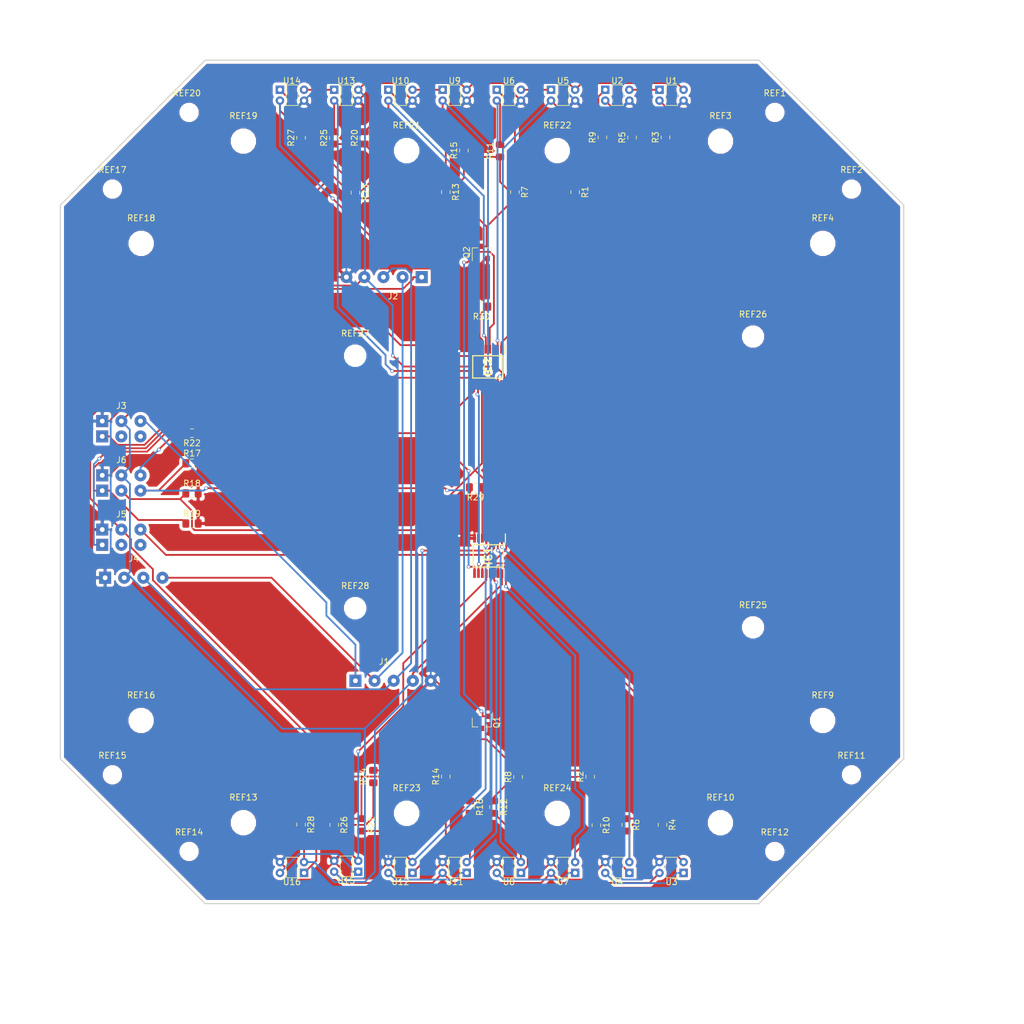
<source format=kicad_pcb>
(kicad_pcb (version 20171130) (host pcbnew "(5.0.0)")
  (layers (0 F.Cu signal hide) (31 B.Cu signal) (34 B.Paste user) (35 F.Paste user) (36 B.SilkS user) (37 F.SilkS user) (38 B.Mask user) (39 F.Mask user) (44 Edge.Cuts user))
  (net 0 "")
  (net 1 SEN1)
  (net 2 SEN3)
  (net 3 A0)
  (net 4 SEN7)
  (net 5 SEN5)
  (net 6 "Net-(IC1-Pad6)")
  (net 7 GND)
  (net 8 DIG0)
  (net 9 DIG1)
  (net 10 DIG2)
  (net 11 SEN6)
  (net 12 SEN0)
  (net 13 SEN4)
  (net 14 SEN2)
  (net 15 +3V3)
  (net 16 SEN10)
  (net 17 SEN12)
  (net 18 SEN8)
  (net 19 SEN14)
  (net 20 "Net-(IC2-Pad6)")
  (net 21 SEN13)
  (net 22 SEN15)
  (net 23 A1)
  (net 24 SEN11)
  (net 25 SEN9)
  (net 26 SCL)
  (net 27 SDA)
  (net 28 Xshut_0)
  (net 29 Xshut_1)
  (net 30 +1V8)
  (net 31 LED0,1)
  (net 32 LEDS)
  (net 33 LED10,11)
  (net 34 "Net-(R1-Pad1)")
  (net 35 "Net-(R2-Pad1)")
  (net 36 "Net-(R7-Pad1)")
  (net 37 "Net-(R8-Pad1)")
  (net 38 "Net-(R13-Pad1)")
  (net 39 "Net-(R14-Pad1)")
  (net 40 "Net-(R23-Pad1)")
  (net 41 "Net-(R24-Pad1)")
  (net 42 "Net-(U1-Pad1)")
  (net 43 "Net-(U3-Pad1)")
  (net 44 "Net-(U5-Pad1)")
  (net 45 "Net-(U7-Pad1)")
  (net 46 "Net-(U10-Pad2)")
  (net 47 "Net-(U11-Pad1)")
  (net 48 "Net-(U13-Pad1)")
  (net 49 "Net-(U15-Pad1)")
  (net 50 "Net-(J3-Pad6)")
  (net 51 "Net-(J3-Pad5)")
  (net 52 "Net-(J5-Pad6)")
  (net 53 "Net-(J5-Pad5)")
  (module OptoDevice:Everlight_ITR8307F43 (layer F.Cu) (at 87.47 154.9 90)
    (fp_text reference U11 (at -1.5 -2 180) (layer F.SilkS))
    (fp_text value QRE1113GR)
    (pad 4 thru_hole circle (at 1.8 -4) (size 1.4 1.4) (drill 0.7) (layers *.Cu *.Mask) (net 7 GND))
    (pad 2 thru_hole circle (at 0 -4) (size 1.4 1.4) (drill 0.7) (layers *.Cu *.Mask) (net 15 +3V3))
    (pad 1 thru_hole rect (at 0 0) (size 1.4 1.4) (drill 0.7) (layers *.Cu *.Mask) (net 47 "Net-(U11-Pad1)"))
    (pad 3 thru_hole circle (at 1.8 0) (size 1.4 1.4) (drill 0.7) (layers *.Cu *.Mask) (net 13 SEN4))
  )
  (module OptoDevice:Everlight_ITR8307F43 (layer F.Cu) (at 78.47 154.9 90)
    (fp_text reference U12 (at -1.5 -2 180) (layer F.SilkS))
    (fp_text value QRE1113GR)
    (pad 4 thru_hole circle (at 1.8 -4) (size 1.4 1.4) (drill 0.7) (layers *.Cu *.Mask) (net 7 GND))
    (pad 2 thru_hole circle (at 0 -4) (size 1.4 1.4) (drill 0.7) (layers *.Cu *.Mask) (net 47 "Net-(U11-Pad1)"))
    (pad 1 thru_hole rect (at 0 0) (size 1.4 1.4) (drill 0.7) (layers *.Cu *.Mask) (net 39 "Net-(R14-Pad1)"))
    (pad 3 thru_hole circle (at 1.8 0) (size 1.4 1.4) (drill 0.7) (layers *.Cu *.Mask) (net 5 SEN5))
  )
  (module OptoDevice:Everlight_ITR8307F43 (layer F.Cu) (at 69.47 154.7 90)
    (fp_text reference U15 (at -1.5 -2 180) (layer F.SilkS))
    (fp_text value QRE1113GR)
    (pad 4 thru_hole circle (at 1.8 -4) (size 1.4 1.4) (drill 0.7) (layers *.Cu *.Mask) (net 7 GND))
    (pad 2 thru_hole circle (at 0 -4) (size 1.4 1.4) (drill 0.7) (layers *.Cu *.Mask) (net 15 +3V3))
    (pad 1 thru_hole rect (at 0 0) (size 1.4 1.4) (drill 0.7) (layers *.Cu *.Mask) (net 49 "Net-(U15-Pad1)"))
    (pad 3 thru_hole circle (at 1.8 0) (size 1.4 1.4) (drill 0.7) (layers *.Cu *.Mask) (net 11 SEN6))
  )
  (module OptoDevice:Everlight_ITR8307F43 (layer F.Cu) (at 65.47 24.9 270)
    (fp_text reference U13 (at -1.5 -2) (layer F.SilkS))
    (fp_text value QRE1113GR)
    (pad 4 thru_hole circle (at 1.8 -4 180) (size 1.4 1.4) (drill 0.7) (layers *.Cu *.Mask) (net 7 GND))
    (pad 2 thru_hole circle (at 0 -4 180) (size 1.4 1.4) (drill 0.7) (layers *.Cu *.Mask) (net 15 +3V3))
    (pad 1 thru_hole rect (at 0 0 180) (size 1.4 1.4) (drill 0.7) (layers *.Cu *.Mask) (net 48 "Net-(U13-Pad1)"))
    (pad 3 thru_hole circle (at 1.8 0 180) (size 1.4 1.4) (drill 0.7) (layers *.Cu *.Mask) (net 19 SEN14))
  )
  (module OptoDevice:Everlight_ITR8307F43 (layer F.Cu) (at 56.47 24.9 270)
    (fp_text reference U14 (at -1.5 -2) (layer F.SilkS))
    (fp_text value QRE1113GR)
    (pad 4 thru_hole circle (at 1.8 -4 180) (size 1.4 1.4) (drill 0.7) (layers *.Cu *.Mask) (net 7 GND))
    (pad 2 thru_hole circle (at 0 -4 180) (size 1.4 1.4) (drill 0.7) (layers *.Cu *.Mask) (net 48 "Net-(U13-Pad1)"))
    (pad 1 thru_hole rect (at 0 0 180) (size 1.4 1.4) (drill 0.7) (layers *.Cu *.Mask) (net 40 "Net-(R23-Pad1)"))
    (pad 3 thru_hole circle (at 1.8 0 180) (size 1.4 1.4) (drill 0.7) (layers *.Cu *.Mask) (net 22 SEN15))
  )
  (module OptoDevice:Everlight_ITR8307F43 (layer F.Cu) (at 60.47 154.9 90)
    (fp_text reference U16 (at -1.5 -2 180) (layer F.SilkS))
    (fp_text value QRE1113GR)
    (pad 4 thru_hole circle (at 1.8 -4) (size 1.4 1.4) (drill 0.7) (layers *.Cu *.Mask) (net 7 GND))
    (pad 2 thru_hole circle (at 0 -4) (size 1.4 1.4) (drill 0.7) (layers *.Cu *.Mask) (net 49 "Net-(U15-Pad1)"))
    (pad 1 thru_hole rect (at 0 0) (size 1.4 1.4) (drill 0.7) (layers *.Cu *.Mask) (net 41 "Net-(R24-Pad1)"))
    (pad 3 thru_hole circle (at 1.8 0) (size 1.4 1.4) (drill 0.7) (layers *.Cu *.Mask) (net 4 SEN7))
  )
  (module OptoDevice:Everlight_ITR8307F43 (layer F.Cu) (at 74.47 24.9 270)
    (fp_text reference U10 (at -1.5 -2) (layer F.SilkS))
    (fp_text value QRE1113GR)
    (pad 4 thru_hole circle (at 1.8 -4 180) (size 1.4 1.4) (drill 0.7) (layers *.Cu *.Mask) (net 7 GND))
    (pad 2 thru_hole circle (at 0 -4 180) (size 1.4 1.4) (drill 0.7) (layers *.Cu *.Mask) (net 46 "Net-(U10-Pad2)"))
    (pad 1 thru_hole rect (at 0 0 180) (size 1.4 1.4) (drill 0.7) (layers *.Cu *.Mask) (net 38 "Net-(R13-Pad1)"))
    (pad 3 thru_hole circle (at 1.8 0 180) (size 1.4 1.4) (drill 0.7) (layers *.Cu *.Mask) (net 21 SEN13))
  )
  (module OptoDevice:Everlight_ITR8307F43 (layer F.Cu) (at 105.47 154.9 90)
    (fp_text reference U7 (at -1.5 -2 180) (layer F.SilkS))
    (fp_text value QRE1113GR)
    (pad 4 thru_hole circle (at 1.8 -4) (size 1.4 1.4) (drill 0.7) (layers *.Cu *.Mask) (net 7 GND))
    (pad 2 thru_hole circle (at 0 -4) (size 1.4 1.4) (drill 0.7) (layers *.Cu *.Mask) (net 15 +3V3))
    (pad 1 thru_hole rect (at 0 0) (size 1.4 1.4) (drill 0.7) (layers *.Cu *.Mask) (net 45 "Net-(U7-Pad1)"))
    (pad 3 thru_hole circle (at 1.8 0) (size 1.4 1.4) (drill 0.7) (layers *.Cu *.Mask) (net 14 SEN2))
  )
  (module OptoDevice:Everlight_ITR8307F43 (layer F.Cu) (at 96.47 154.9 90)
    (fp_text reference U8 (at -1.5 -2 180) (layer F.SilkS))
    (fp_text value QRE1113GR)
    (pad 4 thru_hole circle (at 1.8 -4) (size 1.4 1.4) (drill 0.7) (layers *.Cu *.Mask) (net 7 GND))
    (pad 2 thru_hole circle (at 0 -4) (size 1.4 1.4) (drill 0.7) (layers *.Cu *.Mask) (net 45 "Net-(U7-Pad1)"))
    (pad 1 thru_hole rect (at 0 0) (size 1.4 1.4) (drill 0.7) (layers *.Cu *.Mask) (net 37 "Net-(R8-Pad1)"))
    (pad 3 thru_hole circle (at 1.8 0) (size 1.4 1.4) (drill 0.7) (layers *.Cu *.Mask) (net 2 SEN3))
  )
  (module OptoDevice:Everlight_ITR8307F43 (layer F.Cu) (at 119.47 24.9 270)
    (fp_text reference U1 (at -1.5 -2) (layer F.SilkS))
    (fp_text value QRE1113GR)
    (pad 4 thru_hole circle (at 1.8 -4 180) (size 1.4 1.4) (drill 0.7) (layers *.Cu *.Mask) (net 7 GND))
    (pad 2 thru_hole circle (at 0 -4 180) (size 1.4 1.4) (drill 0.7) (layers *.Cu *.Mask) (net 15 +3V3))
    (pad 1 thru_hole rect (at 0 0 180) (size 1.4 1.4) (drill 0.7) (layers *.Cu *.Mask) (net 42 "Net-(U1-Pad1)"))
    (pad 3 thru_hole circle (at 1.8 0 180) (size 1.4 1.4) (drill 0.7) (layers *.Cu *.Mask) (net 18 SEN8))
  )
  (module OptoDevice:Everlight_ITR8307F43 (layer F.Cu) (at 83.47 24.9 270)
    (fp_text reference U9 (at -1.5 -2) (layer F.SilkS))
    (fp_text value QRE1113GR)
    (pad 4 thru_hole circle (at 1.8 -4 180) (size 1.4 1.4) (drill 0.7) (layers *.Cu *.Mask) (net 7 GND))
    (pad 2 thru_hole circle (at 0 -4 180) (size 1.4 1.4) (drill 0.7) (layers *.Cu *.Mask) (net 15 +3V3))
    (pad 1 thru_hole rect (at 0 0 180) (size 1.4 1.4) (drill 0.7) (layers *.Cu *.Mask) (net 46 "Net-(U10-Pad2)"))
    (pad 3 thru_hole circle (at 1.8 0 180) (size 1.4 1.4) (drill 0.7) (layers *.Cu *.Mask) (net 17 SEN12))
  )
  (module OptoDevice:Everlight_ITR8307F43 (layer F.Cu) (at 123.47 154.9 90)
    (fp_text reference U3 (at -1.5 -2 180) (layer F.SilkS))
    (fp_text value QRE1113GR)
    (pad 4 thru_hole circle (at 1.8 -4) (size 1.4 1.4) (drill 0.7) (layers *.Cu *.Mask) (net 7 GND))
    (pad 2 thru_hole circle (at 0 -4) (size 1.4 1.4) (drill 0.7) (layers *.Cu *.Mask) (net 15 +3V3))
    (pad 1 thru_hole rect (at 0 0) (size 1.4 1.4) (drill 0.7) (layers *.Cu *.Mask) (net 43 "Net-(U3-Pad1)"))
    (pad 3 thru_hole circle (at 1.8 0) (size 1.4 1.4) (drill 0.7) (layers *.Cu *.Mask) (net 12 SEN0))
  )
  (module OptoDevice:Everlight_ITR8307F43 (layer F.Cu) (at 114.47 154.9 90)
    (fp_text reference U4 (at -1.5 -2 180) (layer F.SilkS))
    (fp_text value QRE1113GR)
    (pad 4 thru_hole circle (at 1.8 -4) (size 1.4 1.4) (drill 0.7) (layers *.Cu *.Mask) (net 7 GND))
    (pad 2 thru_hole circle (at 0 -4) (size 1.4 1.4) (drill 0.7) (layers *.Cu *.Mask) (net 43 "Net-(U3-Pad1)"))
    (pad 1 thru_hole rect (at 0 0) (size 1.4 1.4) (drill 0.7) (layers *.Cu *.Mask) (net 35 "Net-(R2-Pad1)"))
    (pad 3 thru_hole circle (at 1.8 0) (size 1.4 1.4) (drill 0.7) (layers *.Cu *.Mask) (net 1 SEN1))
  )
  (module OptoDevice:Everlight_ITR8307F43 (layer F.Cu) (at 101.47 24.9 270)
    (fp_text reference U5 (at -1.5 -2) (layer F.SilkS))
    (fp_text value QRE1113GR)
    (pad 4 thru_hole circle (at 1.8 -4 180) (size 1.4 1.4) (drill 0.7) (layers *.Cu *.Mask) (net 7 GND))
    (pad 2 thru_hole circle (at 0 -4 180) (size 1.4 1.4) (drill 0.7) (layers *.Cu *.Mask) (net 15 +3V3))
    (pad 1 thru_hole rect (at 0 0 180) (size 1.4 1.4) (drill 0.7) (layers *.Cu *.Mask) (net 44 "Net-(U5-Pad1)"))
    (pad 3 thru_hole circle (at 1.8 0 180) (size 1.4 1.4) (drill 0.7) (layers *.Cu *.Mask) (net 16 SEN10))
  )
  (module OptoDevice:Everlight_ITR8307F43 (layer F.Cu) (at 110.47 24.9 270)
    (fp_text reference U2 (at -1.5 -2) (layer F.SilkS))
    (fp_text value QRE1113GR)
    (pad 4 thru_hole circle (at 1.8 -4 180) (size 1.4 1.4) (drill 0.7) (layers *.Cu *.Mask) (net 7 GND))
    (pad 2 thru_hole circle (at 0 -4 180) (size 1.4 1.4) (drill 0.7) (layers *.Cu *.Mask) (net 42 "Net-(U1-Pad1)"))
    (pad 1 thru_hole rect (at 0 0 180) (size 1.4 1.4) (drill 0.7) (layers *.Cu *.Mask) (net 34 "Net-(R1-Pad1)"))
    (pad 3 thru_hole circle (at 1.8 0 180) (size 1.4 1.4) (drill 0.7) (layers *.Cu *.Mask) (net 25 SEN9))
  )
  (module OptoDevice:Everlight_ITR8307F43 (layer F.Cu) (at 92.47 24.9 270)
    (fp_text reference U6 (at -1.5 -2) (layer F.SilkS))
    (fp_text value QRE1113GR)
    (pad 4 thru_hole circle (at 1.8 -4 180) (size 1.4 1.4) (drill 0.7) (layers *.Cu *.Mask) (net 7 GND))
    (pad 2 thru_hole circle (at 0 -4 180) (size 1.4 1.4) (drill 0.7) (layers *.Cu *.Mask) (net 44 "Net-(U5-Pad1)"))
    (pad 1 thru_hole rect (at 0 0 180) (size 1.4 1.4) (drill 0.7) (layers *.Cu *.Mask) (net 36 "Net-(R7-Pad1)"))
    (pad 3 thru_hole circle (at 1.8 0 180) (size 1.4 1.4) (drill 0.7) (layers *.Cu *.Mask) (net 24 SEN11))
  )
  (module MountingHole:MountingHole_2.2mm_M2 (layer F.Cu) (at 151.34 41.39)
    (fp_text reference REF2 (at 0 -3.2) (layer F.SilkS))
    (fp_text value MountingHole_2.2mm_M2)
    (pad 1 np_thru_hole circle (at 0 0) (size 2.2 2.2) (drill 2.2) (layers *.Cu *.Mask))
  )
  (module Resistor_SMD:R_0805_2012Metric_Pad1.15x1.40mm_HandSolder (layer F.Cu) (at 65.47 146.925 270)
    (fp_text reference R26 (at 0 -1.65 270) (layer F.SilkS))
    (fp_text value 10K)
    (pad 2 smd roundrect (at 1.025 0 270) (size 1.15 1.4) (layers F.Cu F.Paste F.Mask) (roundrect_rratio 0.217391) (net 11 SEN6))
    (pad 1 smd roundrect (at -1.025 0 270) (size 1.15 1.4) (layers F.Cu F.Paste F.Mask) (roundrect_rratio 0.217391) (net 30 +1V8))
  )
  (module Resistor_SMD:R_0805_2012Metric_Pad1.15x1.40mm_HandSolder (layer F.Cu) (at 69 41.975 270)
    (fp_text reference R23 (at 0 -1.65 270) (layer F.SilkS))
    (fp_text value 35R)
    (pad 2 smd roundrect (at 1.025 0 270) (size 1.15 1.4) (layers F.Cu F.Paste F.Mask) (roundrect_rratio 0.217391) (net 33 LED10,11))
    (pad 1 smd roundrect (at -1.025 0 270) (size 1.15 1.4) (layers F.Cu F.Paste F.Mask) (roundrect_rratio 0.217391) (net 40 "Net-(R23-Pad1)"))
  )
  (module Resistor_SMD:R_0805_2012Metric_Pad1.15x1.40mm_HandSolder (layer F.Cu) (at 59.97 32.875 90)
    (fp_text reference R27 (at 0 -1.65 90) (layer F.SilkS))
    (fp_text value 10K)
    (pad 1 smd roundrect (at -1.025 0 90) (size 1.15 1.4) (layers F.Cu F.Paste F.Mask) (roundrect_rratio 0.217391) (net 30 +1V8))
    (pad 2 smd roundrect (at 1.025 0 90) (size 1.15 1.4) (layers F.Cu F.Paste F.Mask) (roundrect_rratio 0.217391) (net 22 SEN15))
  )
  (module Resistor_SMD:R_0805_2012Metric_Pad1.15x1.40mm_HandSolder (layer F.Cu) (at 59.97 146.875 270)
    (fp_text reference R28 (at 0 -1.65 270) (layer F.SilkS))
    (fp_text value 10K)
    (pad 1 smd roundrect (at -1.025 0 270) (size 1.15 1.4) (layers F.Cu F.Paste F.Mask) (roundrect_rratio 0.217391) (net 30 +1V8))
    (pad 2 smd roundrect (at 1.025 0 270) (size 1.15 1.4) (layers F.Cu F.Paste F.Mask) (roundrect_rratio 0.217391) (net 4 SEN7))
  )
  (module MountingHole:MountingHole_2.2mm_M2 (layer F.Cu) (at 151.34 138.61)
    (fp_text reference REF11 (at 0 -3.2) (layer F.SilkS))
    (fp_text value MountingHole_2.2mm_M2)
    (pad 1 np_thru_hole circle (at 0 0) (size 2.2 2.2) (drill 2.2) (layers *.Cu *.Mask))
  )
  (module Resistor_SMD:R_0805_2012Metric_Pad1.15x1.40mm_HandSolder (layer F.Cu) (at 41.87 81.9 180)
    (fp_text reference R22 (at 0 -1.65 180) (layer F.SilkS))
    (fp_text value 10K)
    (pad 2 smd roundrect (at 1.025 0 180) (size 1.15 1.4) (layers F.Cu F.Paste F.Mask) (roundrect_rratio 0.217391) (net 7 GND))
    (pad 1 smd roundrect (at -1.025 0 180) (size 1.15 1.4) (layers F.Cu F.Paste F.Mask) (roundrect_rratio 0.217391) (net 8 DIG0))
  )
  (module Resistor_SMD:R_0805_2012Metric_Pad1.15x1.40mm_HandSolder (layer F.Cu) (at 70.5 32.89 90)
    (fp_text reference R20 (at 0 -1.65 90) (layer F.SilkS))
    (fp_text value 10K)
    (pad 1 smd roundrect (at -1.025 0 90) (size 1.15 1.4) (layers F.Cu F.Paste F.Mask) (roundrect_rratio 0.217391) (net 30 +1V8))
    (pad 2 smd roundrect (at 1.025 0 90) (size 1.15 1.4) (layers F.Cu F.Paste F.Mask) (roundrect_rratio 0.217391) (net 21 SEN13))
  )
  (module Resistor_SMD:R_0805_2012Metric_Pad1.15x1.40mm_HandSolder (layer F.Cu) (at 65.42 32.89 90)
    (fp_text reference R25 (at 0 -1.65 90) (layer F.SilkS))
    (fp_text value 10K)
    (pad 1 smd roundrect (at -1.025 0 90) (size 1.15 1.4) (layers F.Cu F.Paste F.Mask) (roundrect_rratio 0.217391) (net 30 +1V8))
    (pad 2 smd roundrect (at 1.025 0 90) (size 1.15 1.4) (layers F.Cu F.Paste F.Mask) (roundrect_rratio 0.217391) (net 19 SEN14))
  )
  (module Resistor_SMD:R_0805_2012Metric_Pad1.15x1.40mm_HandSolder (layer F.Cu) (at 71.97 138.9 90)
    (fp_text reference R24 (at 0 -1.65 90) (layer F.SilkS))
    (fp_text value 35R)
    (pad 2 smd roundrect (at 1.025 0 90) (size 1.15 1.4) (layers F.Cu F.Paste F.Mask) (roundrect_rratio 0.217391) (net 31 LED0,1))
    (pad 1 smd roundrect (at -1.025 0 90) (size 1.15 1.4) (layers F.Cu F.Paste F.Mask) (roundrect_rratio 0.217391) (net 41 "Net-(R24-Pad1)"))
  )
  (module Resistor_SMD:R_0805_2012Metric_Pad1.15x1.40mm_HandSolder (layer F.Cu) (at 89.945 60.9 180)
    (fp_text reference R30 (at 0 -1.65 180) (layer F.SilkS))
    (fp_text value 10K)
    (pad 1 smd roundrect (at -1.025 0 180) (size 1.15 1.4) (layers F.Cu F.Paste F.Mask) (roundrect_rratio 0.217391) (net 20 "Net-(IC2-Pad6)"))
    (pad 2 smd roundrect (at 1.025 0 180) (size 1.15 1.4) (layers F.Cu F.Paste F.Mask) (roundrect_rratio 0.217391) (net 7 GND))
  )
  (module MountingHole:MountingHole_2.2mm_M2 (layer F.Cu) (at 138.62 28.66)
    (fp_text reference REF1 (at 0 -3.2) (layer F.SilkS))
    (fp_text value MountingHole_2.2mm_M2)
    (pad 1 np_thru_hole circle (at 0 0) (size 2.2 2.2) (drill 2.2) (layers *.Cu *.Mask))
  )
  (module Resistor_SMD:R_0805_2012Metric_Pad1.15x1.40mm_HandSolder (layer F.Cu) (at 88.945 90.9 180)
    (fp_text reference R29 (at 0 -1.65 180) (layer F.SilkS))
    (fp_text value 10K)
    (pad 1 smd roundrect (at -1.025 0 180) (size 1.15 1.4) (layers F.Cu F.Paste F.Mask) (roundrect_rratio 0.217391) (net 6 "Net-(IC1-Pad6)"))
    (pad 2 smd roundrect (at 1.025 0 180) (size 1.15 1.4) (layers F.Cu F.Paste F.Mask) (roundrect_rratio 0.217391) (net 7 GND))
  )
  (module Resistor_SMD:R_0805_2012Metric_Pad1.15x1.40mm_HandSolder (layer F.Cu) (at 70 146.925 270)
    (fp_text reference R21 (at 0 -1.65 270) (layer F.SilkS))
    (fp_text value 10K)
    (pad 2 smd roundrect (at 1.025 0 270) (size 1.15 1.4) (layers F.Cu F.Paste F.Mask) (roundrect_rratio 0.217391) (net 5 SEN5))
    (pad 1 smd roundrect (at -1.025 0 270) (size 1.15 1.4) (layers F.Cu F.Paste F.Mask) (roundrect_rratio 0.217391) (net 30 +1V8))
  )
  (module MountingHole:MountingHole_2.2mm_M2 (layer F.Cu) (at 28.66 138.61)
    (fp_text reference REF15 (at 0 -3.2) (layer F.SilkS))
    (fp_text value MountingHole_2.2mm_M2)
    (pad 1 np_thru_hole circle (at 0 0) (size 2.2 2.2) (drill 2.2) (layers *.Cu *.Mask))
  )
  (module MountingHole:MountingHole_2.2mm_M2 (layer F.Cu) (at 41.39 151.33)
    (fp_text reference REF14 (at 0 -3.2) (layer F.SilkS))
    (fp_text value MountingHole_2.2mm_M2)
    (pad 1 np_thru_hole circle (at 0 0) (size 2.2 2.2) (drill 2.2) (layers *.Cu *.Mask))
  )
  (module MountingHole:MountingHole_3.2mm_M3 (layer F.Cu) (at 33.43 129.59)
    (fp_text reference REF16 (at 0 -4.2) (layer F.SilkS))
    (fp_text value MountingHole_3.2mm_M3)
    (pad 1 np_thru_hole circle (at 0 0) (size 3.2 3.2) (drill 3.2) (layers *.Cu *.Mask))
  )
  (module MountingHole:MountingHole_3.2mm_M3 (layer F.Cu) (at 146.56 129.6)
    (fp_text reference REF9 (at 0 -4.2) (layer F.SilkS))
    (fp_text value MountingHole_3.2mm_M3)
    (pad 1 np_thru_hole circle (at 0 0) (size 3.2 3.2) (drill 3.2) (layers *.Cu *.Mask))
  )
  (module MountingHole:MountingHole_2.2mm_M2 (layer F.Cu) (at 41.39 28.66)
    (fp_text reference "REF20 " (at 0 -3.2) (layer F.SilkS))
    (fp_text value MountingHole_2.2mm_M2)
    (pad 1 np_thru_hole circle (at 0 0) (size 2.2 2.2) (drill 2.2) (layers *.Cu *.Mask))
  )
  (module MountingHole:MountingHole_3.2mm_M3 (layer F.Cu) (at 50.4 146.56)
    (fp_text reference REF13 (at 0 -4.2) (layer F.SilkS))
    (fp_text value MountingHole_3.2mm_M3)
    (pad 1 np_thru_hole circle (at 0 0) (size 3.2 3.2) (drill 3.2) (layers *.Cu *.Mask))
  )
  (module MountingHole:MountingHole_3.2mm_M3 (layer F.Cu) (at 129.59 146.57)
    (fp_text reference REF10 (at 0 -4.2) (layer F.SilkS))
    (fp_text value MountingHole_3.2mm_M3)
    (pad 1 np_thru_hole circle (at 0 0) (size 3.2 3.2) (drill 3.2) (layers *.Cu *.Mask))
  )
  (module MountingHole:MountingHole_3.2mm_M3 (layer F.Cu) (at 146.57 50.4)
    (fp_text reference REF4 (at 0 -4.2) (layer F.SilkS))
    (fp_text value MountingHole_3.2mm_M3)
    (pad 1 np_thru_hole circle (at 0 0) (size 3.2 3.2) (drill 3.2) (layers *.Cu *.Mask))
  )
  (module MountingHole:MountingHole_2.2mm_M2 (layer F.Cu) (at 28.66 41.39)
    (fp_text reference REF17 (at 0 -3.2) (layer F.SilkS))
    (fp_text value MountingHole_2.2mm_M2)
    (pad 1 np_thru_hole circle (at 0 0) (size 2.2 2.2) (drill 2.2) (layers *.Cu *.Mask))
  )
  (module MountingHole:MountingHole_3.2mm_M3 (layer F.Cu) (at 33.44 50.4)
    (fp_text reference REF18 (at 0 -4.2) (layer F.SilkS))
    (fp_text value MountingHole_3.2mm_M3)
    (pad 1 np_thru_hole circle (at 0 0) (size 3.2 3.2) (drill 3.2) (layers *.Cu *.Mask))
  )
  (module MountingHole:MountingHole_3.2mm_M3 (layer F.Cu) (at 129.6 33.43)
    (fp_text reference REF3 (at 0 -4.2) (layer F.SilkS))
    (fp_text value MountingHole_3.2mm_M3)
    (pad 1 np_thru_hole circle (at 0 0) (size 3.2 3.2) (drill 3.2) (layers *.Cu *.Mask))
  )
  (module MountingHole:MountingHole_3.2mm_M3 (layer F.Cu) (at 50.4 33.43)
    (fp_text reference REF19 (at 0 -4.2) (layer F.SilkS))
    (fp_text value MountingHole_3.2mm_M3)
    (pad 1 np_thru_hole circle (at 0 0) (size 3.2 3.2) (drill 3.2) (layers *.Cu *.Mask))
  )
  (module MountingHole:MountingHole_2.2mm_M2 (layer F.Cu) (at 138.61 151.34)
    (fp_text reference REF12 (at 0 -3.2) (layer F.SilkS))
    (fp_text value MountingHole_2.2mm_M2)
    (pad 1 np_thru_hole circle (at 0 0) (size 2.2 2.2) (drill 2.2) (layers *.Cu *.Mask))
  )
  (module Connector_Wire:SolderWirePad_2x03_P3.175mm_Drill0.8mm (layer F.Cu) (at 26.97 88.9)
    (fp_text reference J6 (at 3.175 -2.54) (layer F.SilkS))
    (fp_text value GP0)
    (pad 4 thru_hole rect (at 0 2.54) (size 1.99898 1.99898) (drill 0.8001) (layers *.Cu *.Mask) (net 9 DIG1))
    (pad 5 thru_hole circle (at 3.175 2.54) (size 1.99898 1.99898) (drill 0.8001) (layers *.Cu *.Mask) (net 10 DIG2))
    (pad 6 thru_hole circle (at 6.35 2.54) (size 1.99898 1.99898) (drill 0.8001) (layers *.Cu *.Mask) (net 32 LEDS))
    (pad 3 thru_hole circle (at 6.35 0) (size 1.99898 1.99898) (drill 0.8001) (layers *.Cu *.Mask) (net 8 DIG0))
    (pad 2 thru_hole circle (at 3.175 0) (size 1.99898 1.99898) (drill 0.8001) (layers *.Cu *.Mask) (net 15 +3V3))
    (pad 1 thru_hole rect (at 0 0) (size 1.99898 1.99898) (drill 0.8001) (layers *.Cu *.Mask) (net 7 GND))
  )
  (module Package_TO_SOT_SMD:SOT-23 (layer F.Cu) (at 89.97 51.9 90)
    (fp_text reference Q2 (at 0 -2.5 90) (layer F.SilkS))
    (fp_text value BSS138)
    (pad 1 smd rect (at -1 -0.95 90) (size 0.9 0.8) (layers F.Cu F.Paste F.Mask) (net 32 LEDS))
    (pad 2 smd rect (at -1 0.95 90) (size 0.9 0.8) (layers F.Cu F.Paste F.Mask) (net 7 GND))
    (pad 3 smd rect (at 1 0 90) (size 0.9 0.8) (layers F.Cu F.Paste F.Mask) (net 33 LED10,11))
  )
  (module NLAST4051DTR2G:SOP65P640X120-16N (layer F.Cu) (at 90.97 70.9 270)
    (fp_text reference IC2 (at 0 0 270) (layer F.SilkS) (effects (font (size 1.27 1.27) (thickness 0.254))))
    (fp_text value NLAST4051DTR2G hide)
    (pad 16 smd rect (at 2.925 -2.275) (size 0.45 1.45) (layers F.Cu F.Paste F.Mask) (net 15 +3V3))
    (pad 15 smd rect (at 2.925 -1.625) (size 0.45 1.45) (layers F.Cu F.Paste F.Mask) (net 16 SEN10))
    (pad 14 smd rect (at 2.925 -0.975) (size 0.45 1.45) (layers F.Cu F.Paste F.Mask) (net 17 SEN12))
    (pad 13 smd rect (at 2.925 -0.325) (size 0.45 1.45) (layers F.Cu F.Paste F.Mask) (net 18 SEN8))
    (pad 12 smd rect (at 2.925 0.325) (size 0.45 1.45) (layers F.Cu F.Paste F.Mask) (net 19 SEN14))
    (pad 11 smd rect (at 2.925 0.975) (size 0.45 1.45) (layers F.Cu F.Paste F.Mask) (net 10 DIG2))
    (pad 10 smd rect (at 2.925 1.625) (size 0.45 1.45) (layers F.Cu F.Paste F.Mask) (net 9 DIG1))
    (pad 9 smd rect (at 2.925 2.275) (size 0.45 1.45) (layers F.Cu F.Paste F.Mask) (net 8 DIG0))
    (pad 8 smd rect (at -2.925 2.275) (size 0.45 1.45) (layers F.Cu F.Paste F.Mask) (net 7 GND))
    (pad 7 smd rect (at -2.925 1.625) (size 0.45 1.45) (layers F.Cu F.Paste F.Mask) (net 7 GND))
    (pad 6 smd rect (at -2.925 0.975) (size 0.45 1.45) (layers F.Cu F.Paste F.Mask) (net 20 "Net-(IC2-Pad6)"))
    (pad 5 smd rect (at -2.925 0.325) (size 0.45 1.45) (layers F.Cu F.Paste F.Mask) (net 21 SEN13))
    (pad 4 smd rect (at -2.925 -0.325) (size 0.45 1.45) (layers F.Cu F.Paste F.Mask) (net 22 SEN15))
    (pad 3 smd rect (at -2.925 -0.975) (size 0.45 1.45) (layers F.Cu F.Paste F.Mask) (net 23 A1))
    (pad 2 smd rect (at -2.925 -1.625) (size 0.45 1.45) (layers F.Cu F.Paste F.Mask) (net 24 SEN11))
    (pad 1 smd rect (at -2.925 -2.275) (size 0.45 1.45) (layers F.Cu F.Paste F.Mask) (net 25 SEN9))
  )
  (module Connector_Wire:SolderWirePad_1x05_P3.175mm_Drill0.8mm (layer F.Cu) (at 69 123)
    (fp_text reference J1 (at 4.7625 -3.175) (layer F.SilkS))
    (fp_text value TOF_0)
    (pad 1 thru_hole rect (at 0 0) (size 1.99898 1.99898) (drill 0.8001) (layers *.Cu *.Mask) (net 28 Xshut_0))
    (pad 2 thru_hole circle (at 3.175 0) (size 1.99898 1.99898) (drill 0.8001) (layers *.Cu *.Mask) (net 27 SDA))
    (pad 3 thru_hole circle (at 6.35 0) (size 1.99898 1.99898) (drill 0.8001) (layers *.Cu *.Mask) (net 26 SCL))
    (pad 4 thru_hole circle (at 9.525 0) (size 1.99898 1.99898) (drill 0.8001) (layers *.Cu *.Mask) (net 15 +3V3))
    (pad 5 thru_hole circle (at 12.5 0) (size 1.99898 1.99898) (drill 0.8001) (layers *.Cu *.Mask) (net 7 GND))
  )
  (module Resistor_SMD:R_0805_2012Metric_Pad1.15x1.40mm_HandSolder (layer F.Cu) (at 105.47 41.9 270)
    (fp_text reference R1 (at 0 -1.65 270) (layer F.SilkS))
    (fp_text value 35R)
    (pad 2 smd roundrect (at 1.025 0 270) (size 1.15 1.4) (layers F.Cu F.Paste F.Mask) (roundrect_rratio 0.217391) (net 33 LED10,11))
    (pad 1 smd roundrect (at -1.025 0 270) (size 1.15 1.4) (layers F.Cu F.Paste F.Mask) (roundrect_rratio 0.217391) (net 34 "Net-(R1-Pad1)"))
  )
  (module Package_TO_SOT_SMD:SOT-23 (layer F.Cu) (at 89.97 129.9 270)
    (fp_text reference Q1 (at 0 -2.5 270) (layer F.SilkS))
    (fp_text value BSS138)
    (pad 3 smd rect (at 1 0 270) (size 0.9 0.8) (layers F.Cu F.Paste F.Mask) (net 31 LED0,1))
    (pad 2 smd rect (at -1 0.95 270) (size 0.9 0.8) (layers F.Cu F.Paste F.Mask) (net 7 GND))
    (pad 1 smd rect (at -1 -0.95 270) (size 0.9 0.8) (layers F.Cu F.Paste F.Mask) (net 32 LEDS))
  )
  (module Connector_Wire:SolderWirePad_2x03_P3.175mm_Drill0.8mm (layer F.Cu) (at 26.97 79.9)
    (fp_text reference J3 (at 3.175 -2.54) (layer F.SilkS))
    (fp_text value GP1)
    (pad 1 thru_hole rect (at 0 0) (size 1.99898 1.99898) (drill 0.8001) (layers *.Cu *.Mask) (net 7 GND))
    (pad 2 thru_hole circle (at 3.175 0) (size 1.99898 1.99898) (drill 0.8001) (layers *.Cu *.Mask) (net 15 +3V3))
    (pad 3 thru_hole circle (at 6.35 0) (size 1.99898 1.99898) (drill 0.8001) (layers *.Cu *.Mask) (net 28 Xshut_0))
    (pad 6 thru_hole circle (at 6.35 2.54) (size 1.99898 1.99898) (drill 0.8001) (layers *.Cu *.Mask) (net 50 "Net-(J3-Pad6)"))
    (pad 5 thru_hole circle (at 3.175 2.54) (size 1.99898 1.99898) (drill 0.8001) (layers *.Cu *.Mask) (net 51 "Net-(J3-Pad5)"))
    (pad 4 thru_hole rect (at 0 2.54) (size 1.99898 1.99898) (drill 0.8001) (layers *.Cu *.Mask) (net 29 Xshut_1))
  )
  (module Connector_Wire:SolderWirePad_1x05_P3.175mm_Drill0.8mm (layer F.Cu) (at 80 56 180)
    (fp_text reference J2 (at 4.7625 -3.175 180) (layer F.SilkS))
    (fp_text value TOF_1)
    (pad 5 thru_hole circle (at 12.5 0 180) (size 1.99898 1.99898) (drill 0.8001) (layers *.Cu *.Mask) (net 7 GND))
    (pad 4 thru_hole circle (at 9.525 0 180) (size 1.99898 1.99898) (drill 0.8001) (layers *.Cu *.Mask) (net 15 +3V3))
    (pad 3 thru_hole circle (at 6.35 0 180) (size 1.99898 1.99898) (drill 0.8001) (layers *.Cu *.Mask) (net 26 SCL))
    (pad 2 thru_hole circle (at 3.175 0 180) (size 1.99898 1.99898) (drill 0.8001) (layers *.Cu *.Mask) (net 27 SDA))
    (pad 1 thru_hole rect (at 0 0 180) (size 1.99898 1.99898) (drill 0.8001) (layers *.Cu *.Mask) (net 29 Xshut_1))
  )
  (module Connector_Wire:SolderWirePad_1x04_P3.175mm_Drill0.8mm (layer F.Cu) (at 27.445 105.9)
    (fp_text reference J4 (at 4.7625 -3.175) (layer F.SilkS))
    (fp_text value I2C)
    (pad 1 thru_hole rect (at 0 0) (size 1.99898 1.99898) (drill 0.8001) (layers *.Cu *.Mask) (net 7 GND))
    (pad 2 thru_hole circle (at 3.175 0) (size 1.99898 1.99898) (drill 0.8001) (layers *.Cu *.Mask) (net 15 +3V3))
    (pad 3 thru_hole circle (at 6.35 0) (size 1.99898 1.99898) (drill 0.8001) (layers *.Cu *.Mask) (net 26 SCL))
    (pad 4 thru_hole circle (at 9.525 0) (size 1.99898 1.99898) (drill 0.8001) (layers *.Cu *.Mask) (net 27 SDA))
  )
  (module Connector_Wire:SolderWirePad_2x03_P3.175mm_Drill0.8mm (layer F.Cu) (at 26.97 97.9)
    (fp_text reference J5 (at 3.175 -2.54) (layer F.SilkS))
    (fp_text value ADC)
    (pad 1 thru_hole rect (at 0 0) (size 1.99898 1.99898) (drill 0.8001) (layers *.Cu *.Mask) (net 7 GND))
    (pad 2 thru_hole circle (at 3.175 0) (size 1.99898 1.99898) (drill 0.8001) (layers *.Cu *.Mask) (net 30 +1V8))
    (pad 3 thru_hole circle (at 6.35 0) (size 1.99898 1.99898) (drill 0.8001) (layers *.Cu *.Mask) (net 3 A0))
    (pad 6 thru_hole circle (at 6.35 2.54) (size 1.99898 1.99898) (drill 0.8001) (layers *.Cu *.Mask) (net 52 "Net-(J5-Pad6)"))
    (pad 5 thru_hole circle (at 3.175 2.54) (size 1.99898 1.99898) (drill 0.8001) (layers *.Cu *.Mask) (net 53 "Net-(J5-Pad5)"))
    (pad 4 thru_hole rect (at 0 2.54) (size 1.99898 1.99898) (drill 0.8001) (layers *.Cu *.Mask) (net 23 A1))
  )
  (module NLAST4051DTR2G:SOP65P640X120-16N (layer F.Cu) (at 91.045 102.275 270)
    (fp_text reference IC1 (at 0 0 270) (layer F.SilkS) (effects (font (size 1.27 1.27) (thickness 0.254))))
    (fp_text value NLAST4051DTR2G hide)
    (pad 1 smd rect (at -2.925 -2.275) (size 0.45 1.45) (layers F.Cu F.Paste F.Mask) (net 1 SEN1))
    (pad 2 smd rect (at -2.925 -1.625) (size 0.45 1.45) (layers F.Cu F.Paste F.Mask) (net 2 SEN3))
    (pad 3 smd rect (at -2.925 -0.975) (size 0.45 1.45) (layers F.Cu F.Paste F.Mask) (net 3 A0))
    (pad 4 smd rect (at -2.925 -0.325) (size 0.45 1.45) (layers F.Cu F.Paste F.Mask) (net 4 SEN7))
    (pad 5 smd rect (at -2.925 0.325) (size 0.45 1.45) (layers F.Cu F.Paste F.Mask) (net 5 SEN5))
    (pad 6 smd rect (at -2.925 0.975) (size 0.45 1.45) (layers F.Cu F.Paste F.Mask) (net 6 "Net-(IC1-Pad6)"))
    (pad 7 smd rect (at -2.925 1.625) (size 0.45 1.45) (layers F.Cu F.Paste F.Mask) (net 7 GND))
    (pad 8 smd rect (at -2.925 2.275) (size 0.45 1.45) (layers F.Cu F.Paste F.Mask) (net 7 GND))
    (pad 9 smd rect (at 2.925 2.275) (size 0.45 1.45) (layers F.Cu F.Paste F.Mask) (net 8 DIG0))
    (pad 10 smd rect (at 2.925 1.625) (size 0.45 1.45) (layers F.Cu F.Paste F.Mask) (net 9 DIG1))
    (pad 11 smd rect (at 2.925 0.975) (size 0.45 1.45) (layers F.Cu F.Paste F.Mask) (net 10 DIG2))
    (pad 12 smd rect (at 2.925 0.325) (size 0.45 1.45) (layers F.Cu F.Paste F.Mask) (net 11 SEN6))
    (pad 13 smd rect (at 2.925 -0.325) (size 0.45 1.45) (layers F.Cu F.Paste F.Mask) (net 12 SEN0))
    (pad 14 smd rect (at 2.925 -0.975) (size 0.45 1.45) (layers F.Cu F.Paste F.Mask) (net 13 SEN4))
    (pad 15 smd rect (at 2.925 -1.625) (size 0.45 1.45) (layers F.Cu F.Paste F.Mask) (net 14 SEN2))
    (pad 16 smd rect (at 2.925 -2.275) (size 0.45 1.45) (layers F.Cu F.Paste F.Mask) (net 15 +3V3))
  )
  (module Resistor_SMD:R_0805_2012Metric_Pad1.15x1.40mm_HandSolder (layer F.Cu) (at 113.97 146.925 270)
    (fp_text reference R6 (at 0 -1.65 270) (layer F.SilkS))
    (fp_text value 10K)
    (pad 2 smd roundrect (at 1.025 0 270) (size 1.15 1.4) (layers F.Cu F.Paste F.Mask) (roundrect_rratio 0.217391) (net 1 SEN1))
    (pad 1 smd roundrect (at -1.025 0 270) (size 1.15 1.4) (layers F.Cu F.Paste F.Mask) (roundrect_rratio 0.217391) (net 30 +1V8))
  )
  (module Resistor_SMD:R_0805_2012Metric_Pad1.15x1.40mm_HandSolder (layer F.Cu) (at 88 143.975 270)
    (fp_text reference R16 (at 0 -1.65 270) (layer F.SilkS))
    (fp_text value 10K)
    (pad 2 smd roundrect (at 1.025 0 270) (size 1.15 1.4) (layers F.Cu F.Paste F.Mask) (roundrect_rratio 0.217391) (net 13 SEN4))
    (pad 1 smd roundrect (at -1.025 0 270) (size 1.15 1.4) (layers F.Cu F.Paste F.Mask) (roundrect_rratio 0.217391) (net 30 +1V8))
  )
  (module Resistor_SMD:R_0805_2012Metric_Pad1.15x1.40mm_HandSolder (layer F.Cu) (at 87 34.975 90)
    (fp_text reference R15 (at 0 -1.65 90) (layer F.SilkS))
    (fp_text value 10K)
    (pad 2 smd roundrect (at 1.025 0 90) (size 1.15 1.4) (layers F.Cu F.Paste F.Mask) (roundrect_rratio 0.217391) (net 17 SEN12))
    (pad 1 smd roundrect (at -1.025 0 90) (size 1.15 1.4) (layers F.Cu F.Paste F.Mask) (roundrect_rratio 0.217391) (net 30 +1V8))
  )
  (module Resistor_SMD:R_0805_2012Metric_Pad1.15x1.40mm_HandSolder (layer F.Cu) (at 107.97 138.925 90)
    (fp_text reference R2 (at 0 -1.65 90) (layer F.SilkS))
    (fp_text value 35R)
    (pad 1 smd roundrect (at -1.025 0 90) (size 1.15 1.4) (layers F.Cu F.Paste F.Mask) (roundrect_rratio 0.217391) (net 35 "Net-(R2-Pad1)"))
    (pad 2 smd roundrect (at 1.025 0 90) (size 1.15 1.4) (layers F.Cu F.Paste F.Mask) (roundrect_rratio 0.217391) (net 31 LED0,1))
  )
  (module Resistor_SMD:R_0805_2012Metric_Pad1.15x1.40mm_HandSolder (layer F.Cu) (at 41.87 86.9)
    (fp_text reference R17 (at 0 -1.65) (layer F.SilkS))
    (fp_text value 10K)
    (pad 2 smd roundrect (at 1.025 0) (size 1.15 1.4) (layers F.Cu F.Paste F.Mask) (roundrect_rratio 0.217391) (net 7 GND))
    (pad 1 smd roundrect (at -1.025 0) (size 1.15 1.4) (layers F.Cu F.Paste F.Mask) (roundrect_rratio 0.217391) (net 32 LEDS))
  )
  (module Resistor_SMD:R_0805_2012Metric_Pad1.15x1.40mm_HandSolder (layer F.Cu) (at 96 138.975 90)
    (fp_text reference R8 (at 0 -1.65 90) (layer F.SilkS))
    (fp_text value 35R)
    (pad 1 smd roundrect (at -1.025 0 90) (size 1.15 1.4) (layers F.Cu F.Paste F.Mask) (roundrect_rratio 0.217391) (net 37 "Net-(R8-Pad1)"))
    (pad 2 smd roundrect (at 1.025 0 90) (size 1.15 1.4) (layers F.Cu F.Paste F.Mask) (roundrect_rratio 0.217391) (net 31 LED0,1))
  )
  (module Resistor_SMD:R_0805_2012Metric_Pad1.15x1.40mm_HandSolder (layer F.Cu) (at 41.87 91.9)
    (fp_text reference R18 (at 0 -1.65) (layer F.SilkS))
    (fp_text value 10K)
    (pad 1 smd roundrect (at -1.025 0) (size 1.15 1.4) (layers F.Cu F.Paste F.Mask) (roundrect_rratio 0.217391) (net 10 DIG2))
    (pad 2 smd roundrect (at 1.025 0) (size 1.15 1.4) (layers F.Cu F.Paste F.Mask) (roundrect_rratio 0.217391) (net 7 GND))
  )
  (module Resistor_SMD:R_0805_2012Metric_Pad1.15x1.40mm_HandSolder (layer F.Cu) (at 41.87 96.9)
    (fp_text reference R19 (at 0 -1.65) (layer F.SilkS))
    (fp_text value 10K)
    (pad 2 smd roundrect (at 1.025 0) (size 1.15 1.4) (layers F.Cu F.Paste F.Mask) (roundrect_rratio 0.217391) (net 7 GND))
    (pad 1 smd roundrect (at -1.025 0) (size 1.15 1.4) (layers F.Cu F.Paste F.Mask) (roundrect_rratio 0.217391) (net 9 DIG1))
  )
  (module Resistor_SMD:R_0805_2012Metric_Pad1.15x1.40mm_HandSolder (layer F.Cu) (at 84 138.9 90)
    (fp_text reference R14 (at 0 -1.65 90) (layer F.SilkS))
    (fp_text value 35R)
    (pad 1 smd roundrect (at -1.025 0 90) (size 1.15 1.4) (layers F.Cu F.Paste F.Mask) (roundrect_rratio 0.217391) (net 39 "Net-(R14-Pad1)"))
    (pad 2 smd roundrect (at 1.025 0 90) (size 1.15 1.4) (layers F.Cu F.Paste F.Mask) (roundrect_rratio 0.217391) (net 31 LED0,1))
  )
  (module Resistor_SMD:R_0805_2012Metric_Pad1.15x1.40mm_HandSolder (layer F.Cu) (at 120.47 32.805 90)
    (fp_text reference R3 (at 0 -1.65 90) (layer F.SilkS))
    (fp_text value 10K)
    (pad 2 smd roundrect (at 1.025 0 90) (size 1.15 1.4) (layers F.Cu F.Paste F.Mask) (roundrect_rratio 0.217391) (net 18 SEN8))
    (pad 1 smd roundrect (at -1.025 0 90) (size 1.15 1.4) (layers F.Cu F.Paste F.Mask) (roundrect_rratio 0.217391) (net 30 +1V8))
  )
  (module Resistor_SMD:R_0805_2012Metric_Pad1.15x1.40mm_HandSolder (layer F.Cu) (at 110 32.805 90)
    (fp_text reference R9 (at 0 -1.65 90) (layer F.SilkS))
    (fp_text value 10K)
    (pad 2 smd roundrect (at 1.025 0 90) (size 1.15 1.4) (layers F.Cu F.Paste F.Mask) (roundrect_rratio 0.217391) (net 16 SEN10))
    (pad 1 smd roundrect (at -1.025 0 90) (size 1.15 1.4) (layers F.Cu F.Paste F.Mask) (roundrect_rratio 0.217391) (net 30 +1V8))
  )
  (module Resistor_SMD:R_0805_2012Metric_Pad1.15x1.40mm_HandSolder (layer F.Cu) (at 109 146.975 270)
    (fp_text reference R10 (at 0 -1.65 270) (layer F.SilkS))
    (fp_text value 10K)
    (pad 1 smd roundrect (at -1.025 0 270) (size 1.15 1.4) (layers F.Cu F.Paste F.Mask) (roundrect_rratio 0.217391) (net 30 +1V8))
    (pad 2 smd roundrect (at 1.025 0 270) (size 1.15 1.4) (layers F.Cu F.Paste F.Mask) (roundrect_rratio 0.217391) (net 14 SEN2))
  )
  (module Resistor_SMD:R_0805_2012Metric_Pad1.15x1.40mm_HandSolder (layer F.Cu) (at 92 143.975 270)
    (fp_text reference R12 (at 0 -1.65 270) (layer F.SilkS))
    (fp_text value 10K)
    (pad 2 smd roundrect (at 1.025 0 270) (size 1.15 1.4) (layers F.Cu F.Paste F.Mask) (roundrect_rratio 0.217391) (net 2 SEN3))
    (pad 1 smd roundrect (at -1.025 0 270) (size 1.15 1.4) (layers F.Cu F.Paste F.Mask) (roundrect_rratio 0.217391) (net 30 +1V8))
  )
  (module Resistor_SMD:R_0805_2012Metric_Pad1.15x1.40mm_HandSolder (layer F.Cu) (at 84 41.875 270)
    (fp_text reference R13 (at 0 -1.65 270) (layer F.SilkS))
    (fp_text value 35R)
    (pad 1 smd roundrect (at -1.025 0 270) (size 1.15 1.4) (layers F.Cu F.Paste F.Mask) (roundrect_rratio 0.217391) (net 38 "Net-(R13-Pad1)"))
    (pad 2 smd roundrect (at 1.025 0 270) (size 1.15 1.4) (layers F.Cu F.Paste F.Mask) (roundrect_rratio 0.217391) (net 33 LED10,11))
  )
  (module Resistor_SMD:R_0805_2012Metric_Pad1.15x1.40mm_HandSolder (layer F.Cu) (at 119.97 146.9 270)
    (fp_text reference R4 (at 0 -1.65 270) (layer F.SilkS))
    (fp_text value 10K)
    (pad 1 smd roundrect (at -1.025 0 270) (size 1.15 1.4) (layers F.Cu F.Paste F.Mask) (roundrect_rratio 0.217391) (net 30 +1V8))
    (pad 2 smd roundrect (at 1.025 0 270) (size 1.15 1.4) (layers F.Cu F.Paste F.Mask) (roundrect_rratio 0.217391) (net 12 SEN0))
  )
  (module Resistor_SMD:R_0805_2012Metric_Pad1.15x1.40mm_HandSolder (layer F.Cu) (at 95.47 41.9 270)
    (fp_text reference R7 (at 0 -1.65 270) (layer F.SilkS))
    (fp_text value 35R)
    (pad 2 smd roundrect (at 1.025 0 270) (size 1.15 1.4) (layers F.Cu F.Paste F.Mask) (roundrect_rratio 0.217391) (net 33 LED10,11))
    (pad 1 smd roundrect (at -1.025 0 270) (size 1.15 1.4) (layers F.Cu F.Paste F.Mask) (roundrect_rratio 0.217391) (net 36 "Net-(R7-Pad1)"))
  )
  (module Resistor_SMD:R_0805_2012Metric_Pad1.15x1.40mm_HandSolder (layer F.Cu) (at 93 35.025 90)
    (fp_text reference R11 (at 0 -1.65 90) (layer F.SilkS))
    (fp_text value 10K)
    (pad 1 smd roundrect (at -1.025 0 90) (size 1.15 1.4) (layers F.Cu F.Paste F.Mask) (roundrect_rratio 0.217391) (net 30 +1V8))
    (pad 2 smd roundrect (at 1.025 0 90) (size 1.15 1.4) (layers F.Cu F.Paste F.Mask) (roundrect_rratio 0.217391) (net 24 SEN11))
  )
  (module Resistor_SMD:R_0805_2012Metric_Pad1.15x1.40mm_HandSolder (layer F.Cu) (at 114.92 32.83 90)
    (fp_text reference R5 (at 0 -1.65 90) (layer F.SilkS))
    (fp_text value 10K)
    (pad 1 smd roundrect (at -1.025 0 90) (size 1.15 1.4) (layers F.Cu F.Paste F.Mask) (roundrect_rratio 0.217391) (net 30 +1V8))
    (pad 2 smd roundrect (at 1.025 0 90) (size 1.15 1.4) (layers F.Cu F.Paste F.Mask) (roundrect_rratio 0.217391) (net 25 SEN9))
  )
  (module MountingHole:MountingHole_3.2mm_M3 (layer F.Cu) (at 77.5 35)
    (fp_text reference REF21 (at 0 -4.2) (layer F.SilkS))
    (fp_text value MountingHole_3.2mm_M3)
    (pad 1 np_thru_hole circle (at 0 0) (size 3.2 3.2) (drill 3.2) (layers *.Cu *.Mask))
  )
  (module MountingHole:MountingHole_3.2mm_M3 (layer F.Cu) (at 102.5 35)
    (fp_text reference REF22 (at 0 -4.2) (layer F.SilkS))
    (fp_text value MountingHole_3.2mm_M3)
    (pad 1 np_thru_hole circle (at 0 0) (size 3.2 3.2) (drill 3.2) (layers *.Cu *.Mask))
  )
  (module MountingHole:MountingHole_3.2mm_M3 (layer F.Cu) (at 102.5 145)
    (fp_text reference REF24 (at 0 -4.2) (layer F.SilkS))
    (fp_text value MountingHole_3.2mm_M3)
    (pad 1 np_thru_hole circle (at 0 0) (size 3.2 3.2) (drill 3.2) (layers *.Cu *.Mask))
  )
  (module MountingHole:MountingHole_3.2mm_M3 (layer F.Cu) (at 77.5 145)
    (fp_text reference REF23 (at 0 -4.2) (layer F.SilkS))
    (fp_text value MountingHole_3.2mm_M3)
    (pad 1 np_thru_hole circle (at 0 0) (size 3.2 3.2) (drill 3.2) (layers *.Cu *.Mask))
  )
  (module MountingHole:MountingHole_2.7mm_M2.5 (layer F.Cu) (at 68.96 69.05)
    (fp_text reference REF27 (at 0 -3.7) (layer F.SilkS))
    (fp_text value MountingHole_2.7mm_M2.5)
    (pad 1 np_thru_hole circle (at 0 0) (size 2.7 2.7) (drill 2.7) (layers *.Cu *.Mask))
  )
  (module MountingHole:MountingHole_2.7mm_M2.5 (layer F.Cu) (at 135 65.87)
    (fp_text reference REF26 (at 0 -3.7) (layer F.SilkS))
    (fp_text value MountingHole_2.7mm_M2.5)
    (pad 1 np_thru_hole circle (at 0 0) (size 2.7 2.7) (drill 2.7) (layers *.Cu *.Mask))
  )
  (module MountingHole:MountingHole_2.7mm_M2.5 (layer F.Cu) (at 135 114.13)
    (fp_text reference REF25 (at 0 -3.7) (layer F.SilkS))
    (fp_text value MountingHole_2.7mm_M2.5)
    (pad 1 np_thru_hole circle (at 0 0) (size 2.7 2.7) (drill 2.7) (layers *.Cu *.Mask))
  )
  (module MountingHole:MountingHole_2.7mm_M2.5 (layer F.Cu) (at 68.96 110.95)
    (fp_text reference REF28 (at 0 -3.7) (layer F.SilkS))
    (fp_text value MountingHole_2.7mm_M2.5)
    (pad 1 np_thru_hole circle (at 0 0) (size 2.7 2.7) (drill 2.7) (layers *.Cu *.Mask))
  )
  (gr_line (start 44.056602 19.994408) (end 20.014971 44.036039) (layer Edge.Cuts) (width 0.2))
  (gr_line (start 135.97334 19.994408) (end 44.056602 19.994408) (layer Edge.Cuts) (width 0.2))
  (gr_line (start 135.97334 159.994408) (end 160.014971 135.952777) (layer Edge.Cuts) (width 0.2))
  (gr_line (start 160.014971 135.952777) (end 160.014971 44.036039) (layer Edge.Cuts) (width 0.2))
  (gr_line (start 160.014971 44.036039) (end 135.97334 19.994408) (layer Edge.Cuts) (width 0.2))
  (gr_line (start 20.014971 44.036039) (end 20.014971 135.952777) (layer Edge.Cuts) (width 0.2))
  (gr_line (start 20.014971 135.952777) (end 44.056602 159.994408) (layer Edge.Cuts) (width 0.2))
  (gr_line (start 44.056602 159.994408) (end 135.97334 159.994408) (layer Edge.Cuts) (width 0.2))
  (segment (start 93.32 99.35) (end 93.32 100.7972) (width 0.3) (layer F.Cu) (net 1))
  (segment (start 93.32 100.7972) (end 93.3296 100.8068) (width 0.3) (layer F.Cu) (net 1))
  (segment (start 114.47 153.1) (end 114.47 121.9472) (width 0.3) (layer B.Cu) (net 1))
  (segment (start 114.47 121.9472) (end 93.3296 100.8068) (width 0.3) (layer B.Cu) (net 1))
  (segment (start 113.97 147.95) (end 114.47 148.45) (width 0.3) (layer F.Cu) (net 1))
  (segment (start 114.47 148.45) (end 114.47 153.1) (width 0.3) (layer F.Cu) (net 1))
  (via (at 93.3296 100.8068) (size 0.6) (layers F.Cu B.Cu) (net 1))
  (segment (start 92.67 100.4753) (end 92.6292 100.5161) (width 0.3) (layer F.Cu) (net 2))
  (segment (start 92.6292 100.5161) (end 92.6292 101.3514) (width 0.3) (layer F.Cu) (net 2))
  (segment (start 92.6292 101.3514) (end 92.6452 101.3674) (width 0.3) (layer F.Cu) (net 2))
  (segment (start 96.47 153.1) (end 93.097 149.727) (width 0.3) (layer B.Cu) (net 2))
  (segment (start 93.097 149.727) (end 93.097 101.8192) (width 0.3) (layer B.Cu) (net 2))
  (segment (start 93.097 101.8192) (end 92.6452 101.3674) (width 0.3) (layer B.Cu) (net 2))
  (segment (start 92.67 99.35) (end 92.67 100.4753) (width 0.3) (layer F.Cu) (net 2))
  (segment (start 96.47 153.1) (end 96.47 149.47) (width 0.3) (layer F.Cu) (net 2))
  (segment (start 96.47 149.47) (end 92 145) (width 0.3) (layer F.Cu) (net 2))
  (via (at 92.6452 101.3674) (size 0.6) (layers F.Cu B.Cu) (net 2))
  (segment (start 92.02 99.35) (end 92.02 100.9995) (width 0.3) (layer F.Cu) (net 3))
  (segment (start 92.02 100.9995) (end 90.9132 102.1063) (width 0.3) (layer F.Cu) (net 3))
  (segment (start 90.9132 102.1063) (end 37.5263 102.1063) (width 0.3) (layer F.Cu) (net 3))
  (segment (start 37.5263 102.1063) (end 33.32 97.9) (width 0.3) (layer F.Cu) (net 3))
  (segment (start 91.37 99.35) (end 91.37 100.8711) (width 0.3) (layer F.Cu) (net 4))
  (segment (start 91.37 100.8711) (end 90.8532 101.3879) (width 0.3) (layer F.Cu) (net 4))
  (segment (start 90.8532 101.3879) (end 80.1001 101.3879) (width 0.3) (layer F.Cu) (net 4))
  (segment (start 60.47 153.1) (end 62.1776 153.1) (width 0.3) (layer B.Cu) (net 4))
  (segment (start 62.1776 153.1) (end 65.4673 156.3897) (width 0.3) (layer B.Cu) (net 4))
  (segment (start 65.4673 156.3897) (end 70.5433 156.3897) (width 0.3) (layer B.Cu) (net 4))
  (segment (start 70.5433 156.3897) (end 72.2233 154.7097) (width 0.3) (layer B.Cu) (net 4))
  (segment (start 72.2233 154.7097) (end 72.2233 131.3209) (width 0.3) (layer B.Cu) (net 4))
  (segment (start 72.2233 131.3209) (end 80.1001 123.4441) (width 0.3) (layer B.Cu) (net 4))
  (segment (start 80.1001 123.4441) (end 80.1001 101.3879) (width 0.3) (layer B.Cu) (net 4))
  (segment (start 59.97 147.9) (end 60.47 148.4) (width 0.3) (layer F.Cu) (net 4))
  (segment (start 60.47 148.4) (end 60.47 153.1) (width 0.3) (layer F.Cu) (net 4))
  (via (at 80.1001 101.3879) (size 0.6) (layers F.Cu B.Cu) (net 4))
  (segment (start 90.72 100.4753) (end 90.72 100.5301) (width 0.3) (layer F.Cu) (net 5))
  (segment (start 90.72 100.5301) (end 90.6107 100.6394) (width 0.3) (layer F.Cu) (net 5))
  (segment (start 78.47 153.1) (end 90.6107 140.9593) (width 0.3) (layer B.Cu) (net 5))
  (segment (start 90.6107 140.9593) (end 90.6107 100.6394) (width 0.3) (layer B.Cu) (net 5))
  (segment (start 90.72 99.35) (end 90.72 100.4753) (width 0.3) (layer F.Cu) (net 5))
  (segment (start 70 147.95) (end 73.32 147.95) (width 0.3) (layer F.Cu) (net 5))
  (segment (start 73.32 147.95) (end 78.47 153.1) (width 0.3) (layer F.Cu) (net 5))
  (via (at 90.6107 100.6394) (size 0.6) (layers F.Cu B.Cu) (net 5))
  (segment (start 89.97 90.9) (end 90.07 91) (width 0.3) (layer F.Cu) (net 6))
  (segment (start 90.07 91) (end 90.07 99.35) (width 0.3) (layer F.Cu) (net 6))
  (segment (start 114.47 26.7) (end 115.5756 27.8056) (width 0.3) (layer B.Cu) (net 7))
  (segment (start 115.5756 27.8056) (end 122.3644 27.8056) (width 0.3) (layer B.Cu) (net 7))
  (segment (start 122.3644 27.8056) (end 123.47 26.7) (width 0.3) (layer B.Cu) (net 7))
  (segment (start 114.47 26.7) (end 113.3429 27.8271) (width 0.3) (layer B.Cu) (net 7))
  (segment (start 113.3429 27.8271) (end 106.5971 27.8271) (width 0.3) (layer B.Cu) (net 7))
  (segment (start 106.5971 27.8271) (end 105.47 26.7) (width 0.3) (layer B.Cu) (net 7))
  (segment (start 105.47 26.7) (end 102.5575 23.7875) (width 0.3) (layer B.Cu) (net 7))
  (segment (start 102.5575 23.7875) (end 99.3825 23.7875) (width 0.3) (layer B.Cu) (net 7))
  (segment (start 99.3825 23.7875) (end 96.47 26.7) (width 0.3) (layer B.Cu) (net 7))
  (segment (start 86.2118 98.9425) (end 83.5206 96.2513) (width 0.3) (layer B.Cu) (net 7))
  (segment (start 83.5206 96.2513) (end 83.5206 70.9768) (width 0.3) (layer B.Cu) (net 7))
  (segment (start 83.5206 70.9768) (end 86.2118 68.2856) (width 0.3) (layer B.Cu) (net 7))
  (segment (start 86.2118 68.2856) (end 88.3844 68.2856) (width 0.3) (layer F.Cu) (net 7))
  (segment (start 88.3844 68.2856) (end 88.695 67.975) (width 0.3) (layer F.Cu) (net 7))
  (segment (start 86.2118 98.9425) (end 81.5 103.6543) (width 0.3) (layer B.Cu) (net 7))
  (segment (start 81.5 103.6543) (end 81.5 123) (width 0.3) (layer B.Cu) (net 7))
  (segment (start 65.47 153.0221) (end 62.4917 156.0004) (width 0.3) (layer F.Cu) (net 7))
  (segment (start 62.4917 156.0004) (end 59.3704 156.0004) (width 0.3) (layer F.Cu) (net 7))
  (segment (start 59.3704 156.0004) (end 56.47 153.1) (width 0.3) (layer F.Cu) (net 7))
  (segment (start 74.47 153.1) (end 71.738 155.832) (width 0.3) (layer F.Cu) (net 7))
  (segment (start 71.738 155.832) (end 68.2799 155.832) (width 0.3) (layer F.Cu) (net 7))
  (segment (start 68.2799 155.832) (end 65.47 153.0221) (width 0.3) (layer F.Cu) (net 7))
  (segment (start 65.47 153.0221) (end 65.47 152.9) (width 0.3) (layer F.Cu) (net 7))
  (segment (start 74.47 153.1) (end 77.3704 156.0004) (width 0.3) (layer F.Cu) (net 7))
  (segment (start 77.3704 156.0004) (end 80.5696 156.0004) (width 0.3) (layer F.Cu) (net 7))
  (segment (start 80.5696 156.0004) (end 83.47 153.1) (width 0.3) (layer F.Cu) (net 7))
  (segment (start 88.695 67.975) (end 88.695 66.8497) (width 0.3) (layer F.Cu) (net 7))
  (segment (start 88.77 98.8339) (end 86.3204 98.8339) (width 0.3) (layer F.Cu) (net 7))
  (segment (start 86.3204 98.8339) (end 86.2118 98.9425) (width 0.3) (layer F.Cu) (net 7))
  (segment (start 88.77 98.8339) (end 88.77 98.2247) (width 0.3) (layer F.Cu) (net 7))
  (segment (start 88.77 99.35) (end 88.77 98.8339) (width 0.3) (layer F.Cu) (net 7))
  (segment (start 40.845 85.5235) (end 41.5185 85.5235) (width 0.3) (layer F.Cu) (net 7))
  (segment (start 41.5185 85.5235) (end 42.895 86.9) (width 0.3) (layer F.Cu) (net 7))
  (segment (start 40.845 85.5235) (end 31.4838 85.5235) (width 0.3) (layer F.Cu) (net 7))
  (segment (start 31.4838 85.5235) (end 28.3698 88.6375) (width 0.3) (layer F.Cu) (net 7))
  (segment (start 28.3698 88.6375) (end 28.3698 88.9) (width 0.3) (layer F.Cu) (net 7))
  (segment (start 40.845 81.9) (end 40.845 85.5235) (width 0.3) (layer F.Cu) (net 7))
  (segment (start 88.77 98.2247) (end 87.92 97.3747) (width 0.3) (layer F.Cu) (net 7))
  (segment (start 87.92 97.3747) (end 87.92 90.9) (width 0.3) (layer F.Cu) (net 7))
  (segment (start 89.42 98.2247) (end 88.77 98.2247) (width 0.3) (layer F.Cu) (net 7))
  (segment (start 89.42 99.35) (end 89.42 98.2247) (width 0.3) (layer F.Cu) (net 7))
  (segment (start 69.3551 26.8149) (end 69.47 26.7) (width 0.3) (layer B.Cu) (net 7))
  (segment (start 67.5 56) (end 67.5 28.67) (width 0.3) (layer B.Cu) (net 7))
  (segment (start 67.5 28.67) (end 69.3551 26.8149) (width 0.3) (layer B.Cu) (net 7))
  (segment (start 69.3551 26.8149) (end 66.3277 23.7875) (width 0.3) (layer B.Cu) (net 7))
  (segment (start 66.3277 23.7875) (end 63.3825 23.7875) (width 0.3) (layer B.Cu) (net 7))
  (segment (start 63.3825 23.7875) (end 60.47 26.7) (width 0.3) (layer B.Cu) (net 7))
  (segment (start 42.895 91.9) (end 42.895 96.9) (width 0.3) (layer F.Cu) (net 7))
  (segment (start 42.895 86.9) (end 42.895 91.9) (width 0.3) (layer F.Cu) (net 7))
  (segment (start 88.92 66.8497) (end 88.695 66.8497) (width 0.3) (layer F.Cu) (net 7))
  (segment (start 89.345 66.8497) (end 88.92 66.8497) (width 0.3) (layer F.Cu) (net 7))
  (segment (start 88.92 60.9) (end 88.92 66.8497) (width 0.3) (layer F.Cu) (net 7))
  (segment (start 89.345 67.975) (end 89.345 66.8497) (width 0.3) (layer F.Cu) (net 7))
  (segment (start 88.92 54.5775) (end 88.92 60.9) (width 0.3) (layer F.Cu) (net 7))
  (segment (start 96.47 26.7) (end 93.5696 23.7996) (width 0.3) (layer F.Cu) (net 7))
  (segment (start 93.5696 23.7996) (end 90.3704 23.7996) (width 0.3) (layer F.Cu) (net 7))
  (segment (start 90.3704 23.7996) (end 87.47 26.7) (width 0.3) (layer F.Cu) (net 7))
  (segment (start 87.47 26.7) (end 84.5696 23.7996) (width 0.3) (layer B.Cu) (net 7))
  (segment (start 84.5696 23.7996) (end 81.3704 23.7996) (width 0.3) (layer B.Cu) (net 7))
  (segment (start 81.3704 23.7996) (end 78.47 26.7) (width 0.3) (layer B.Cu) (net 7))
  (segment (start 78.47 26.7) (end 75.5696 23.7996) (width 0.3) (layer F.Cu) (net 7))
  (segment (start 75.5696 23.7996) (end 72.3704 23.7996) (width 0.3) (layer F.Cu) (net 7))
  (segment (start 72.3704 23.7996) (end 69.47 26.7) (width 0.3) (layer F.Cu) (net 7))
  (segment (start 26.97 79.9) (end 28.3698 79.9) (width 0.3) (layer F.Cu) (net 7))
  (segment (start 28.3698 79.9) (end 28.3698 79.6375) (width 0.3) (layer F.Cu) (net 7))
  (segment (start 28.3698 79.6375) (end 52.0073 56) (width 0.3) (layer F.Cu) (net 7))
  (segment (start 52.0073 56) (end 67.5 56) (width 0.3) (layer F.Cu) (net 7))
  (segment (start 110.47 153.1) (end 107.5696 156.0004) (width 0.3) (layer F.Cu) (net 7))
  (segment (start 107.5696 156.0004) (end 104.3704 156.0004) (width 0.3) (layer F.Cu) (net 7))
  (segment (start 104.3704 156.0004) (end 101.47 153.1) (width 0.3) (layer F.Cu) (net 7))
  (segment (start 92.47 153.1) (end 95.3704 156.0004) (width 0.3) (layer F.Cu) (net 7))
  (segment (start 95.3704 156.0004) (end 98.5696 156.0004) (width 0.3) (layer F.Cu) (net 7))
  (segment (start 98.5696 156.0004) (end 101.47 153.1) (width 0.3) (layer F.Cu) (net 7))
  (segment (start 92.47 153.1) (end 89.5696 156.0004) (width 0.3) (layer F.Cu) (net 7))
  (segment (start 89.5696 156.0004) (end 86.3704 156.0004) (width 0.3) (layer F.Cu) (net 7))
  (segment (start 86.3704 156.0004) (end 83.47 153.1) (width 0.3) (layer F.Cu) (net 7))
  (segment (start 88.92 54.5775) (end 68.9225 54.5775) (width 0.3) (layer F.Cu) (net 7))
  (segment (start 68.9225 54.5775) (end 67.5 56) (width 0.3) (layer F.Cu) (net 7))
  (segment (start 90.5199 52.9) (end 90.5199 52.9776) (width 0.3) (layer F.Cu) (net 7))
  (segment (start 90.5199 52.9776) (end 88.92 54.5775) (width 0.3) (layer F.Cu) (net 7))
  (segment (start 26.97 88.9) (end 28.3698 88.9) (width 0.3) (layer F.Cu) (net 7))
  (segment (start 26.97 97.9) (end 28.3698 97.9) (width 0.3) (layer B.Cu) (net 7))
  (segment (start 27.445 105.9) (end 27.445 104.5002) (width 0.3) (layer B.Cu) (net 7))
  (segment (start 27.445 104.5002) (end 28.3698 103.5754) (width 0.3) (layer B.Cu) (net 7))
  (segment (start 28.3698 103.5754) (end 28.3698 97.9) (width 0.3) (layer B.Cu) (net 7))
  (segment (start 26.97 97.9) (end 26.97 96.5002) (width 0.3) (layer B.Cu) (net 7))
  (segment (start 28.3698 88.9) (end 28.3698 95.1004) (width 0.3) (layer B.Cu) (net 7))
  (segment (start 28.3698 95.1004) (end 26.97 96.5002) (width 0.3) (layer B.Cu) (net 7))
  (segment (start 28.3698 79.9) (end 28.3698 88.9) (width 0.3) (layer B.Cu) (net 7))
  (segment (start 119.47 153.1) (end 116.5696 156.0004) (width 0.3) (layer B.Cu) (net 7))
  (segment (start 116.5696 156.0004) (end 113.3704 156.0004) (width 0.3) (layer B.Cu) (net 7))
  (segment (start 113.3704 156.0004) (end 110.47 153.1) (width 0.3) (layer B.Cu) (net 7))
  (segment (start 90.92 52.9) (end 90.5199 52.9) (width 0.3) (layer F.Cu) (net 7))
  (segment (start 89.02 128.9) (end 88.2197 128.9) (width 0.3) (layer F.Cu) (net 7))
  (segment (start 88.2197 128.9) (end 82.3197 123) (width 0.3) (layer F.Cu) (net 7))
  (segment (start 82.3197 123) (end 81.5 123) (width 0.3) (layer F.Cu) (net 7))
  (segment (start 26.97 79.9) (end 28.3698 79.9) (width 0.3) (layer B.Cu) (net 7))
  (segment (start 26.97 88.9) (end 28.3698 88.9) (width 0.3) (layer B.Cu) (net 7))
  (via (at 86.2118 68.2856) (size 0.6) (layers F.Cu B.Cu) (net 7))
  (via (at 86.2118 98.9425) (size 0.6) (layers F.Cu B.Cu) (net 7))
  (segment (start 74.47 148) (end 74.47 153.1) (width 0.3) (layer B.Cu) (net 7))
  (segment (start 73.5 147.03) (end 74.47 148) (width 0.3) (layer B.Cu) (net 7))
  (segment (start 73.5 142) (end 73.5 147.03) (width 0.3) (layer B.Cu) (net 7))
  (segment (start 74.47 141.03) (end 73.5 142) (width 0.3) (layer B.Cu) (net 7))
  (segment (start 74.47 130.03) (end 74.47 141.03) (width 0.3) (layer B.Cu) (net 7))
  (segment (start 81.5 123) (end 74.47 130.03) (width 0.3) (layer B.Cu) (net 7))
  (segment (start 88.77 104.0747) (end 87.783 104.0747) (width 0.3) (layer F.Cu) (net 8))
  (segment (start 87.783 88.1505) (end 87.783 104.0747) (width 0.3) (layer B.Cu) (net 8))
  (segment (start 88.77 105.2) (end 88.77 104.0747) (width 0.3) (layer F.Cu) (net 8))
  (segment (start 87.783 88.1505) (end 84.7535 85.121) (width 0.3) (layer F.Cu) (net 8))
  (segment (start 84.7535 85.121) (end 84.7535 81.9) (width 0.3) (layer F.Cu) (net 8))
  (segment (start 84.7535 81.9) (end 84.7535 78.8918) (width 0.3) (layer F.Cu) (net 8))
  (segment (start 84.7535 78.8918) (end 88.695 74.9503) (width 0.3) (layer F.Cu) (net 8))
  (segment (start 42.895 81.9) (end 84.7535 81.9) (width 0.3) (layer F.Cu) (net 8))
  (segment (start 42.895 81.9) (end 41.7833 80.7883) (width 0.3) (layer F.Cu) (net 8))
  (segment (start 41.7833 80.7883) (end 40.1956 80.7883) (width 0.3) (layer F.Cu) (net 8))
  (segment (start 40.1956 80.7883) (end 36.3544 84.6295) (width 0.3) (layer F.Cu) (net 8))
  (segment (start 33.32 88.9) (end 33.32 87.6639) (width 0.3) (layer B.Cu) (net 8))
  (segment (start 33.32 87.6639) (end 36.3544 84.6295) (width 0.3) (layer B.Cu) (net 8))
  (segment (start 88.695 73.825) (end 88.695 74.9503) (width 0.3) (layer F.Cu) (net 8))
  (via (at 87.783 88.1505) (size 0.6) (layers F.Cu B.Cu) (net 8))
  (via (at 87.783 104.0747) (size 0.6) (layers F.Cu B.Cu) (net 8))
  (via (at 36.3544 84.6295) (size 0.6) (layers F.Cu B.Cu) (net 8))
  (segment (start 89.42 105.2) (end 89.42 103.7054) (width 0.3) (layer F.Cu) (net 9))
  (segment (start 89.42 103.7054) (end 89.4924 103.633) (width 0.3) (layer F.Cu) (net 9))
  (segment (start 89.2246 75.4701) (end 89.4924 75.7379) (width 0.3) (layer B.Cu) (net 9))
  (segment (start 89.4924 75.7379) (end 89.4924 103.633) (width 0.3) (layer B.Cu) (net 9))
  (segment (start 89.345 73.825) (end 89.345 75.3497) (width 0.3) (layer F.Cu) (net 9))
  (segment (start 89.345 75.3497) (end 89.2246 75.4701) (width 0.3) (layer F.Cu) (net 9))
  (segment (start 25.5702 91.44) (end 25.5702 87.661) (width 0.3) (layer F.Cu) (net 9))
  (segment (start 25.5702 87.661) (end 26.4047 86.8265) (width 0.3) (layer F.Cu) (net 9))
  (segment (start 26.4047 86.8265) (end 26.7782 86.8265) (width 0.3) (layer F.Cu) (net 9))
  (segment (start 26.7782 86.8265) (end 28.6444 84.9603) (width 0.3) (layer F.Cu) (net 9))
  (segment (start 28.6444 84.9603) (end 34.4277 84.9603) (width 0.3) (layer F.Cu) (net 9))
  (segment (start 34.4277 84.9603) (end 46.6883 72.6997) (width 0.3) (layer F.Cu) (net 9))
  (segment (start 46.6883 72.6997) (end 89.345 72.6997) (width 0.3) (layer F.Cu) (net 9))
  (segment (start 26.97 91.44) (end 25.5702 91.44) (width 0.3) (layer F.Cu) (net 9))
  (segment (start 26.97 91.44) (end 28.3698 91.44) (width 0.3) (layer F.Cu) (net 9))
  (segment (start 28.3698 91.44) (end 28.3698 91.7025) (width 0.3) (layer F.Cu) (net 9))
  (segment (start 28.3698 91.7025) (end 32.9833 96.316) (width 0.3) (layer F.Cu) (net 9))
  (segment (start 32.9833 96.316) (end 40.261 96.316) (width 0.3) (layer F.Cu) (net 9))
  (segment (start 40.261 96.316) (end 40.845 96.9) (width 0.3) (layer F.Cu) (net 9))
  (segment (start 89.345 73.825) (end 89.345 72.6997) (width 0.3) (layer F.Cu) (net 9))
  (via (at 89.2246 75.4701) (size 0.6) (layers F.Cu B.Cu) (net 9))
  (via (at 89.4924 103.633) (size 0.6) (layers F.Cu B.Cu) (net 9))
  (segment (start 88.8573 88.0665) (end 89.995 86.9288) (width 0.3) (layer F.Cu) (net 10))
  (segment (start 89.995 86.9288) (end 89.995 73.825) (width 0.3) (layer F.Cu) (net 10))
  (segment (start 90.07 104.0747) (end 91.1738 102.9709) (width 0.3) (layer F.Cu) (net 10))
  (segment (start 91.1738 102.9709) (end 92.1943 102.9709) (width 0.3) (layer F.Cu) (net 10))
  (segment (start 92.1943 102.9709) (end 94.0299 101.1353) (width 0.3) (layer F.Cu) (net 10))
  (segment (start 94.0299 101.1353) (end 94.0299 93.2391) (width 0.3) (layer F.Cu) (net 10))
  (segment (start 94.0299 93.2391) (end 88.8573 88.0665) (width 0.3) (layer F.Cu) (net 10))
  (segment (start 39.9029 92.8421) (end 41.87 94.8092) (width 0.3) (layer F.Cu) (net 10))
  (segment (start 41.87 94.8092) (end 41.87 97.5695) (width 0.3) (layer F.Cu) (net 10))
  (segment (start 41.87 97.5695) (end 42.3019 98.0014) (width 0.3) (layer F.Cu) (net 10))
  (segment (start 42.3019 98.0014) (end 78.9224 98.0014) (width 0.3) (layer F.Cu) (net 10))
  (segment (start 78.9224 98.0014) (end 88.8573 88.0665) (width 0.3) (layer F.Cu) (net 10))
  (segment (start 39.9029 92.8421) (end 31.5471 92.8421) (width 0.3) (layer F.Cu) (net 10))
  (segment (start 31.5471 92.8421) (end 30.145 91.44) (width 0.3) (layer F.Cu) (net 10))
  (segment (start 40.845 91.9) (end 39.9029 92.8421) (width 0.3) (layer F.Cu) (net 10))
  (segment (start 90.07 104.6373) (end 90.07 105.2) (width 0.3) (layer F.Cu) (net 10))
  (segment (start 90.07 104.6373) (end 90.07 104.0747) (width 0.3) (layer F.Cu) (net 10))
  (segment (start 90.72 105.2) (end 90.72 106.3253) (width 0.3) (layer F.Cu) (net 11))
  (segment (start 90.72 106.3253) (end 76.9375 120.1078) (width 0.3) (layer F.Cu) (net 11))
  (segment (start 76.9375 120.1078) (end 76.9375 127.271) (width 0.3) (layer F.Cu) (net 11))
  (segment (start 76.9375 127.271) (end 69.47 134.7385) (width 0.3) (layer F.Cu) (net 11))
  (segment (start 69.47 152.9) (end 69.47 134.7385) (width 0.3) (layer B.Cu) (net 11))
  (segment (start 69.47 152.9) (end 65.47 148.9) (width 0.3) (layer F.Cu) (net 11))
  (segment (start 65.47 148.9) (end 65.47 147.95) (width 0.3) (layer F.Cu) (net 11))
  (via (at 69.47 134.7385) (size 0.6) (layers F.Cu B.Cu) (net 11))
  (segment (start 91.37 104.0747) (end 91.9234 103.5213) (width 0.3) (layer F.Cu) (net 12))
  (segment (start 91.9234 103.5213) (end 93.9527 103.5213) (width 0.3) (layer F.Cu) (net 12))
  (segment (start 93.9527 103.5213) (end 121.0729 130.6415) (width 0.3) (layer F.Cu) (net 12))
  (segment (start 121.0729 130.6415) (end 121.0729 146.8221) (width 0.3) (layer F.Cu) (net 12))
  (segment (start 121.0729 146.8221) (end 119.97 147.925) (width 0.3) (layer F.Cu) (net 12))
  (segment (start 91.37 105.2) (end 91.37 104.0747) (width 0.3) (layer F.Cu) (net 12))
  (segment (start 119.97 147.925) (end 119.97 149.6) (width 0.3) (layer F.Cu) (net 12))
  (segment (start 119.97 149.6) (end 123.47 153.1) (width 0.3) (layer F.Cu) (net 12))
  (segment (start 92.3953 106.6721) (end 92.3953 148.1747) (width 0.3) (layer B.Cu) (net 13))
  (segment (start 92.3953 148.1747) (end 87.47 153.1) (width 0.3) (layer B.Cu) (net 13))
  (segment (start 92.02 105.2) (end 92.02 106.3253) (width 0.3) (layer F.Cu) (net 13))
  (segment (start 92.02 106.3253) (end 92.0485 106.3253) (width 0.3) (layer F.Cu) (net 13))
  (segment (start 92.0485 106.3253) (end 92.3953 106.6721) (width 0.3) (layer F.Cu) (net 13))
  (segment (start 88 145) (end 88 152.57) (width 0.3) (layer F.Cu) (net 13))
  (segment (start 88 152.57) (end 87.47 153.1) (width 0.3) (layer F.Cu) (net 13))
  (via (at 92.3953 106.6721) (size 0.6) (layers F.Cu B.Cu) (net 13))
  (segment (start 92.67 105.2) (end 92.67 104.0747) (width 0.3) (layer F.Cu) (net 14))
  (segment (start 93.98 107.3335) (end 105.47 118.8235) (width 0.3) (layer B.Cu) (net 14))
  (segment (start 92.67 104.0747) (end 93.7225 104.0747) (width 0.3) (layer F.Cu) (net 14))
  (segment (start 93.7225 104.0747) (end 93.98 104.3322) (width 0.3) (layer F.Cu) (net 14))
  (segment (start 93.98 104.3322) (end 93.98 107.3335) (width 0.3) (layer F.Cu) (net 14))
  (segment (start 109 148) (end 105.47 151.53) (width 0.3) (layer F.Cu) (net 14))
  (segment (start 105.47 151.53) (end 105.47 153.1) (width 0.3) (layer F.Cu) (net 14))
  (via (at 93.98 107.3335) (size 0.6) (layers F.Cu B.Cu) (net 14))
  (segment (start 105.47 141) (end 105.5 141) (width 0.3) (layer B.Cu) (net 14))
  (segment (start 105.47 118.8235) (end 105.47 141) (width 0.3) (layer B.Cu) (net 14))
  (segment (start 105.5 141) (end 107 142.5) (width 0.3) (layer B.Cu) (net 14))
  (segment (start 107 147.47) (end 105.47 149) (width 0.3) (layer B.Cu) (net 14))
  (segment (start 107 142.5) (end 107 147.47) (width 0.3) (layer B.Cu) (net 14))
  (segment (start 105.47 149) (end 105.47 153.1) (width 0.3) (layer B.Cu) (net 14))
  (segment (start 65.47 154.7) (end 67.3345 156.5645) (width 0.3) (layer F.Cu) (net 15))
  (segment (start 67.3345 156.5645) (end 81.8055 156.5645) (width 0.3) (layer F.Cu) (net 15))
  (segment (start 81.8055 156.5645) (end 83.47 154.9) (width 0.3) (layer F.Cu) (net 15))
  (segment (start 93.32 105.2) (end 93.32 107.0032) (width 0.3) (layer F.Cu) (net 15))
  (segment (start 93.32 107.0032) (end 78.525 121.7982) (width 0.3) (layer F.Cu) (net 15))
  (segment (start 78.525 121.7982) (end 78.525 123) (width 0.3) (layer F.Cu) (net 15))
  (segment (start 70.5704 130.9546) (end 70.5704 155.5673) (width 0.3) (layer B.Cu) (net 15))
  (segment (start 70.5704 155.5673) (end 70.3373 155.8004) (width 0.3) (layer B.Cu) (net 15))
  (segment (start 70.3373 155.8004) (end 66.5704 155.8004) (width 0.3) (layer B.Cu) (net 15))
  (segment (start 66.5704 155.8004) (end 65.47 154.7) (width 0.3) (layer B.Cu) (net 15))
  (segment (start 78.525 123) (end 70.5704 130.9546) (width 0.3) (layer B.Cu) (net 15))
  (segment (start 31.2048 105.3152) (end 56.8442 130.9546) (width 0.3) (layer B.Cu) (net 15))
  (segment (start 56.8442 130.9546) (end 70.5704 130.9546) (width 0.3) (layer B.Cu) (net 15))
  (segment (start 31.2048 105.3152) (end 31.5648 104.9552) (width 0.3) (layer B.Cu) (net 15))
  (segment (start 31.5648 104.9552) (end 31.5648 90.3198) (width 0.3) (layer B.Cu) (net 15))
  (segment (start 31.5648 90.3198) (end 30.145 88.9) (width 0.3) (layer B.Cu) (net 15))
  (segment (start 30.62 105.9) (end 31.2048 105.3152) (width 0.3) (layer B.Cu) (net 15))
  (segment (start 70.475 56) (end 75.1919 60.7169) (width 0.3) (layer B.Cu) (net 15))
  (segment (start 75.1919 60.7169) (end 75.1919 69.0211) (width 0.3) (layer B.Cu) (net 15))
  (segment (start 75.1919 69.0211) (end 77.0118 70.841) (width 0.3) (layer F.Cu) (net 15))
  (segment (start 77.0118 70.841) (end 92.3047 70.841) (width 0.3) (layer F.Cu) (net 15))
  (segment (start 92.3047 70.841) (end 93.6662 72.2025) (width 0.3) (layer F.Cu) (net 15))
  (segment (start 93.6662 72.2025) (end 93.6662 73.4038) (width 0.3) (layer F.Cu) (net 15))
  (segment (start 93.6662 73.4038) (end 93.245 73.825) (width 0.3) (layer F.Cu) (net 15))
  (segment (start 69.47 24.9) (end 70.5806 26.0106) (width 0.3) (layer B.Cu) (net 15))
  (segment (start 70.5806 26.0106) (end 70.5806 55.8944) (width 0.3) (layer B.Cu) (net 15))
  (segment (start 70.5806 55.8944) (end 70.475 56) (width 0.3) (layer B.Cu) (net 15))
  (segment (start 123.47 24.9) (end 122.3696 23.7996) (width 0.3) (layer F.Cu) (net 15))
  (segment (start 122.3696 23.7996) (end 106.5704 23.7996) (width 0.3) (layer F.Cu) (net 15))
  (segment (start 106.5704 23.7996) (end 105.47 24.9) (width 0.3) (layer F.Cu) (net 15))
  (segment (start 105.47 24.9) (end 103.8148 23.2448) (width 0.3) (layer F.Cu) (net 15))
  (segment (start 103.8148 23.2448) (end 89.1252 23.2448) (width 0.3) (layer F.Cu) (net 15))
  (segment (start 89.1252 23.2448) (end 87.47 24.9) (width 0.3) (layer F.Cu) (net 15))
  (segment (start 87.47 24.9) (end 85.8192 23.2492) (width 0.3) (layer F.Cu) (net 15))
  (segment (start 85.8192 23.2492) (end 71.1208 23.2492) (width 0.3) (layer F.Cu) (net 15))
  (segment (start 71.1208 23.2492) (end 69.47 24.9) (width 0.3) (layer F.Cu) (net 15))
  (segment (start 30.145 79.9) (end 52.6452 57.3998) (width 0.3) (layer F.Cu) (net 15))
  (segment (start 52.6452 57.3998) (end 69.0752 57.3998) (width 0.3) (layer F.Cu) (net 15))
  (segment (start 69.0752 57.3998) (end 70.475 56) (width 0.3) (layer F.Cu) (net 15))
  (segment (start 101.47 154.9) (end 103.1221 156.5521) (width 0.3) (layer F.Cu) (net 15))
  (segment (start 103.1221 156.5521) (end 117.8179 156.5521) (width 0.3) (layer F.Cu) (net 15))
  (segment (start 117.8179 156.5521) (end 119.47 154.9) (width 0.3) (layer F.Cu) (net 15))
  (segment (start 83.47 154.9) (end 85.1208 156.5508) (width 0.3) (layer F.Cu) (net 15))
  (segment (start 85.1208 156.5508) (end 99.8192 156.5508) (width 0.3) (layer F.Cu) (net 15))
  (segment (start 99.8192 156.5508) (end 101.47 154.9) (width 0.3) (layer F.Cu) (net 15))
  (segment (start 30.145 79.9) (end 31.5449 81.2999) (width 0.3) (layer B.Cu) (net 15))
  (segment (start 31.5449 81.2999) (end 31.5449 87.5001) (width 0.3) (layer B.Cu) (net 15))
  (segment (start 31.5449 87.5001) (end 30.145 88.9) (width 0.3) (layer B.Cu) (net 15))
  (via (at 75.1919 69.0211) (size 0.6) (layers F.Cu B.Cu) (net 15))
  (segment (start 101.47 26.7) (end 106.55 31.78) (width 0.3) (layer F.Cu) (net 16))
  (segment (start 106.55 31.78) (end 110 31.78) (width 0.3) (layer F.Cu) (net 16))
  (segment (start 101.47 26.7) (end 93.4715 34.6985) (width 0.3) (layer B.Cu) (net 16))
  (segment (start 93.4715 34.6985) (end 93.4715 71.9628) (width 0.3) (layer B.Cu) (net 16))
  (segment (start 93.4715 71.9628) (end 92.9516 72.4827) (width 0.3) (layer B.Cu) (net 16))
  (segment (start 92.595 73.825) (end 92.595 72.6997) (width 0.3) (layer F.Cu) (net 16))
  (segment (start 92.595 72.6997) (end 92.7346 72.6997) (width 0.3) (layer F.Cu) (net 16))
  (segment (start 92.7346 72.6997) (end 92.9516 72.4827) (width 0.3) (layer F.Cu) (net 16))
  (via (at 92.9516 72.4827) (size 0.6) (layers F.Cu B.Cu) (net 16))
  (segment (start 91.945 72.6997) (end 91.0076 71.7623) (width 0.3) (layer F.Cu) (net 17))
  (segment (start 83.47 26.7) (end 91.0076 34.2376) (width 0.3) (layer B.Cu) (net 17))
  (segment (start 91.0076 34.2376) (end 91.0076 71.7623) (width 0.3) (layer B.Cu) (net 17))
  (segment (start 91.945 73.825) (end 91.945 72.6997) (width 0.3) (layer F.Cu) (net 17))
  (segment (start 87 33.95) (end 83.47 30.42) (width 0.3) (layer F.Cu) (net 17))
  (segment (start 83.47 30.42) (end 83.47 26.7) (width 0.3) (layer F.Cu) (net 17))
  (via (at 91.0076 71.7623) (size 0.6) (layers F.Cu B.Cu) (net 17))
  (segment (start 91.295 73.825) (end 91.295 74.9503) (width 0.3) (layer F.Cu) (net 18))
  (segment (start 91.295 74.9503) (end 93.6369 74.9503) (width 0.3) (layer F.Cu) (net 18))
  (segment (start 93.6369 74.9503) (end 122.2026 46.3846) (width 0.3) (layer F.Cu) (net 18))
  (segment (start 122.2026 46.3846) (end 122.2026 32.9781) (width 0.3) (layer F.Cu) (net 18))
  (segment (start 122.2026 32.9781) (end 121.0045 31.78) (width 0.3) (layer F.Cu) (net 18))
  (segment (start 121.0045 31.78) (end 120.47 31.78) (width 0.3) (layer F.Cu) (net 18))
  (segment (start 119.47 26.7) (end 120.47 27.7) (width 0.3) (layer F.Cu) (net 18))
  (segment (start 120.47 27.7) (end 120.47 31.78) (width 0.3) (layer F.Cu) (net 18))
  (segment (start 65.47 26.7) (end 65.47 31.815) (width 0.3) (layer F.Cu) (net 19))
  (segment (start 65.47 31.815) (end 65.42 31.865) (width 0.3) (layer F.Cu) (net 19))
  (segment (start 90.645 73.825) (end 90.645 72.6997) (width 0.3) (layer F.Cu) (net 19))
  (segment (start 66.0662 27.2962) (end 65.47 26.7) (width 0.3) (layer B.Cu) (net 19))
  (segment (start 90.645 72.6997) (end 89.5221 71.5768) (width 0.3) (layer F.Cu) (net 19))
  (segment (start 89.5221 71.5768) (end 75.1005 71.5768) (width 0.3) (layer F.Cu) (net 19))
  (via (at 75.1005 71.5768) (size 0.6) (layers F.Cu B.Cu) (net 19))
  (segment (start 74 68.9338) (end 66.0662 61) (width 0.3) (layer B.Cu) (net 19))
  (segment (start 74 70.4763) (end 74 68.9338) (width 0.3) (layer B.Cu) (net 19))
  (segment (start 66.0662 61) (end 66.0662 27.2962) (width 0.3) (layer B.Cu) (net 19))
  (segment (start 75.1005 71.5768) (end 74 70.4763) (width 0.3) (layer B.Cu) (net 19))
  (segment (start 90.97 60.9) (end 89.607 62.263) (width 0.3) (layer F.Cu) (net 20))
  (segment (start 89.607 62.263) (end 89.607 65.9588) (width 0.3) (layer F.Cu) (net 20))
  (segment (start 89.607 65.9588) (end 89.995 66.3468) (width 0.3) (layer F.Cu) (net 20))
  (segment (start 89.995 66.3468) (end 89.995 67.975) (width 0.3) (layer F.Cu) (net 20))
  (segment (start 90.3073 65.6688) (end 90.3073 42.5373) (width 0.3) (layer B.Cu) (net 21))
  (segment (start 90.3073 42.5373) (end 74.47 26.7) (width 0.3) (layer B.Cu) (net 21))
  (segment (start 90.645 67.975) (end 90.645 66.0065) (width 0.3) (layer F.Cu) (net 21))
  (segment (start 90.645 66.0065) (end 90.3073 65.6688) (width 0.3) (layer F.Cu) (net 21))
  (segment (start 70.5 31.865) (end 74.47 27.895) (width 0.3) (layer F.Cu) (net 21))
  (segment (start 74.47 27.895) (end 74.47 26.7) (width 0.3) (layer F.Cu) (net 21))
  (via (at 90.3073 65.6688) (size 0.6) (layers F.Cu B.Cu) (net 21))
  (segment (start 65.2103 42.941) (end 74.0676 51.7983) (width 0.3) (layer F.Cu) (net 22))
  (segment (start 74.0676 51.7983) (end 91.3034 51.7983) (width 0.3) (layer F.Cu) (net 22))
  (segment (start 91.3034 51.7983) (end 91.9816 52.4765) (width 0.3) (layer F.Cu) (net 22))
  (segment (start 91.9816 52.4765) (end 91.9816 63.7453) (width 0.3) (layer F.Cu) (net 22))
  (segment (start 91.9816 63.7453) (end 91.295 64.4319) (width 0.3) (layer F.Cu) (net 22))
  (segment (start 91.295 64.4319) (end 91.295 67.975) (width 0.3) (layer F.Cu) (net 22))
  (segment (start 56.47 26.7) (end 56.47 34.2007) (width 0.3) (layer B.Cu) (net 22))
  (segment (start 56.47 34.2007) (end 65.2103 42.941) (width 0.3) (layer B.Cu) (net 22))
  (segment (start 59.97 31.85) (end 56.47 28.35) (width 0.3) (layer F.Cu) (net 22))
  (segment (start 56.47 28.35) (end 56.47 26.7) (width 0.3) (layer F.Cu) (net 22))
  (via (at 65.2103 42.941) (size 0.6) (layers F.Cu B.Cu) (net 22))
  (segment (start 26.97 100.44) (end 25.5702 100.44) (width 0.3) (layer B.Cu) (net 23))
  (segment (start 25.5702 100.44) (end 25.5702 87.0442) (width 0.3) (layer B.Cu) (net 23))
  (segment (start 25.5702 87.0442) (end 26.4882 86.1262) (width 0.3) (layer B.Cu) (net 23))
  (via (at 26.4882 86.1262) (size 0.6) (layers F.Cu B.Cu) (net 23))
  (segment (start 91.945 69.1003) (end 91.945 67.975) (width 0.3) (layer F.Cu) (net 23))
  (segment (start 81.2154 69.1003) (end 91.945 69.1003) (width 0.3) (layer F.Cu) (net 23))
  (segment (start 79.4088 67.2937) (end 81.2154 69.1003) (width 0.3) (layer F.Cu) (net 23))
  (segment (start 76.5 67.2937) (end 79.4088 67.2937) (width 0.3) (layer F.Cu) (net 23))
  (segment (start 74.2063 65) (end 76.5 67.2937) (width 0.3) (layer F.Cu) (net 23))
  (segment (start 26.4882 86.1262) (end 28.2044 84.41) (width 0.3) (layer F.Cu) (net 23))
  (segment (start 28.2044 84.41) (end 34.1998 84.41) (width 0.3) (layer F.Cu) (net 23))
  (segment (start 34.1998 84.41) (end 51.3161 67.2937) (width 0.3) (layer F.Cu) (net 23))
  (segment (start 51.3161 67.2937) (end 63.2063 67.2937) (width 0.3) (layer F.Cu) (net 23))
  (segment (start 63.2063 67.2937) (end 65.5 65) (width 0.3) (layer F.Cu) (net 23))
  (segment (start 65.5 65) (end 74.2063 65) (width 0.3) (layer F.Cu) (net 23))
  (segment (start 92.595 67.975) (end 92.595 66.5195) (width 0.3) (layer F.Cu) (net 24))
  (segment (start 92.595 66.5195) (end 92.5864 66.5109) (width 0.3) (layer F.Cu) (net 24))
  (segment (start 92.47 26.7) (end 92.5864 26.8164) (width 0.3) (layer B.Cu) (net 24))
  (segment (start 92.5864 26.8164) (end 92.5864 66.5109) (width 0.3) (layer B.Cu) (net 24))
  (segment (start 92.47 26.7) (end 93 27.23) (width 0.3) (layer F.Cu) (net 24))
  (segment (start 93 27.23) (end 93 34) (width 0.3) (layer F.Cu) (net 24))
  (via (at 92.5864 66.5109) (size 0.6) (layers F.Cu B.Cu) (net 24))
  (segment (start 93.245 67.975) (end 93.245 66.8497) (width 0.3) (layer F.Cu) (net 25))
  (segment (start 93.245 66.8497) (end 121.6118 38.4829) (width 0.3) (layer F.Cu) (net 25))
  (segment (start 121.6118 38.4829) (end 121.6118 33.249) (width 0.3) (layer F.Cu) (net 25))
  (segment (start 121.6118 33.249) (end 121.1679 32.8051) (width 0.3) (layer F.Cu) (net 25))
  (segment (start 121.1679 32.8051) (end 115.9201 32.8051) (width 0.3) (layer F.Cu) (net 25))
  (segment (start 115.9201 32.8051) (end 114.92 31.805) (width 0.3) (layer F.Cu) (net 25))
  (segment (start 110.47 26.7) (end 114.92 31.15) (width 0.3) (layer F.Cu) (net 25))
  (segment (start 114.92 31.15) (end 114.92 31.805) (width 0.3) (layer F.Cu) (net 25))
  (segment (start 75.35 123) (end 73.9328 124.4172) (width 0.3) (layer B.Cu) (net 26))
  (segment (start 73.9328 124.4172) (end 52.3122 124.4172) (width 0.3) (layer B.Cu) (net 26))
  (segment (start 52.3122 124.4172) (end 33.795 105.9) (width 0.3) (layer B.Cu) (net 26))
  (segment (start 73.65 56) (end 75.0866 54.5634) (width 0.3) (layer B.Cu) (net 26))
  (segment (start 75.0866 54.5634) (end 77.3921 54.5634) (width 0.3) (layer B.Cu) (net 26))
  (segment (start 77.3921 54.5634) (end 78.2415 55.4128) (width 0.3) (layer B.Cu) (net 26))
  (segment (start 78.2415 55.4128) (end 78.2415 120.1085) (width 0.3) (layer B.Cu) (net 26))
  (segment (start 78.2415 120.1085) (end 75.35 123) (width 0.3) (layer B.Cu) (net 26))
  (segment (start 76.825 56) (end 76.825 118.35) (width 0.3) (layer B.Cu) (net 27))
  (segment (start 76.825 118.35) (end 72.175 123) (width 0.3) (layer B.Cu) (net 27))
  (segment (start 36.97 105.9) (end 55.075 105.9) (width 0.3) (layer F.Cu) (net 27))
  (segment (start 55.075 105.9) (end 72.175 123) (width 0.3) (layer F.Cu) (net 27))
  (segment (start 34.0794 79.9) (end 33.32 79.9) (width 0.3) (layer B.Cu) (net 28))
  (segment (start 69 123) (end 69 121.6002) (width 0.3) (layer B.Cu) (net 28))
  (segment (start 64.1794 112.1794) (end 69 117) (width 0.3) (layer B.Cu) (net 28))
  (segment (start 64.1794 110) (end 64.1794 112.1794) (width 0.3) (layer B.Cu) (net 28))
  (segment (start 69 121.6002) (end 69 117) (width 0.3) (layer B.Cu) (net 28))
  (segment (start 64.1794 110) (end 34.0794 79.9) (width 0.3) (layer B.Cu) (net 28))
  (segment (start 26.97 82.44) (end 28.3698 82.44) (width 0.3) (layer F.Cu) (net 29))
  (segment (start 80 56) (end 78.6002 56) (width 0.3) (layer F.Cu) (net 29))
  (segment (start 78.6002 56) (end 78.6002 56.2625) (width 0.3) (layer F.Cu) (net 29))
  (segment (start 78.6002 56.2625) (end 76.9125 57.9502) (width 0.3) (layer F.Cu) (net 29))
  (segment (start 76.9125 57.9502) (end 59.8812 57.9502) (width 0.3) (layer F.Cu) (net 29))
  (segment (start 59.8812 57.9502) (end 33.9916 83.8398) (width 0.3) (layer F.Cu) (net 29))
  (segment (start 33.9916 83.8398) (end 29.507 83.8398) (width 0.3) (layer F.Cu) (net 29))
  (segment (start 29.507 83.8398) (end 28.3698 82.7026) (width 0.3) (layer F.Cu) (net 29))
  (segment (start 28.3698 82.7026) (end 28.3698 82.44) (width 0.3) (layer F.Cu) (net 29))
  (segment (start 110.025 33.855) (end 110 33.83) (width 0.3) (layer F.Cu) (net 30))
  (segment (start 114.92 33.855) (end 110.025 33.855) (width 0.3) (layer F.Cu) (net 30))
  (segment (start 110.025 33.855) (end 110.025 38.0706) (width 0.3) (layer F.Cu) (net 30))
  (segment (start 110.025 38.0706) (end 106.2264 41.8692) (width 0.3) (layer F.Cu) (net 30))
  (segment (start 106.2264 41.8692) (end 94.6867 41.8692) (width 0.3) (layer F.Cu) (net 30))
  (segment (start 94.6867 41.8692) (end 93 40.1825) (width 0.3) (layer F.Cu) (net 30))
  (segment (start 93 40.1825) (end 93 36.05) (width 0.3) (layer F.Cu) (net 30))
  (segment (start 87 36.05) (end 87 36) (width 0.3) (layer F.Cu) (net 30))
  (segment (start 74.1379 37.5529) (end 78.4364 41.8514) (width 0.3) (layer F.Cu) (net 30))
  (segment (start 78.4364 41.8514) (end 84.7112 41.8514) (width 0.3) (layer F.Cu) (net 30))
  (segment (start 84.7112 41.8514) (end 87 39.5626) (width 0.3) (layer F.Cu) (net 30))
  (segment (start 87 39.5626) (end 87 36.05) (width 0.3) (layer F.Cu) (net 30))
  (segment (start 87 36.05) (end 93 36.05) (width 0.3) (layer F.Cu) (net 30))
  (segment (start 74.1379 37.5529) (end 70.5 33.915) (width 0.3) (layer F.Cu) (net 30))
  (segment (start 65.167 39.097) (end 68.045 41.975) (width 0.3) (layer F.Cu) (net 30))
  (segment (start 68.045 41.975) (end 69.7158 41.975) (width 0.3) (layer F.Cu) (net 30))
  (segment (start 69.7158 41.975) (end 74.1379 37.5529) (width 0.3) (layer F.Cu) (net 30))
  (segment (start 65.47 145.9) (end 70 145.9) (width 0.3) (layer F.Cu) (net 30))
  (segment (start 59.97 145.85) (end 65.42 145.85) (width 0.3) (layer F.Cu) (net 30))
  (segment (start 65.42 145.85) (end 65.47 145.9) (width 0.3) (layer F.Cu) (net 30))
  (segment (start 70 138.9) (end 84.6696 138.9) (width 0.3) (layer F.Cu) (net 30))
  (segment (start 84.6696 138.9) (end 88 142.2304) (width 0.3) (layer F.Cu) (net 30))
  (segment (start 88 142.2304) (end 88 142.95) (width 0.3) (layer F.Cu) (net 30))
  (segment (start 30.145 97.9) (end 31.7325 99.4875) (width 0.3) (layer F.Cu) (net 30))
  (segment (start 31.7325 99.4875) (end 31.7325 100.8402) (width 0.3) (layer F.Cu) (net 30))
  (segment (start 31.7325 100.8402) (end 35.3825 104.4902) (width 0.3) (layer F.Cu) (net 30))
  (segment (start 35.3825 104.4902) (end 35.3825 106.3019) (width 0.3) (layer F.Cu) (net 30))
  (segment (start 35.3825 106.3019) (end 67.9806 138.9) (width 0.3) (layer F.Cu) (net 30))
  (segment (start 67.9806 138.9) (end 70 138.9) (width 0.3) (layer F.Cu) (net 30))
  (segment (start 70 138.9) (end 70 145.9) (width 0.3) (layer F.Cu) (net 30))
  (segment (start 59.97 33.9) (end 65.167 39.097) (width 0.3) (layer F.Cu) (net 30))
  (segment (start 65.167 39.097) (end 24.98 79.284) (width 0.3) (layer F.Cu) (net 30))
  (segment (start 24.98 79.284) (end 24.98 92.735) (width 0.3) (layer F.Cu) (net 30))
  (segment (start 24.98 92.735) (end 30.145 97.9) (width 0.3) (layer F.Cu) (net 30))
  (segment (start 120.47 33.83) (end 120.445 33.855) (width 0.3) (layer F.Cu) (net 30))
  (segment (start 120.445 33.855) (end 114.92 33.855) (width 0.3) (layer F.Cu) (net 30))
  (segment (start 92 142.95) (end 88 142.95) (width 0.3) (layer F.Cu) (net 30))
  (segment (start 119.97 145.875) (end 113.995 145.875) (width 0.3) (layer F.Cu) (net 30))
  (segment (start 113.995 145.875) (end 113.97 145.9) (width 0.3) (layer F.Cu) (net 30))
  (segment (start 109.0964 145.8536) (end 109 145.95) (width 0.3) (layer F.Cu) (net 30))
  (segment (start 92 142.95) (end 92 142.2922) (width 0.3) (layer F.Cu) (net 30))
  (segment (start 92 142.2922) (end 95.3186 138.9736) (width 0.3) (layer F.Cu) (net 30))
  (segment (start 95.3186 138.9736) (end 108.7138 138.9736) (width 0.3) (layer F.Cu) (net 30))
  (segment (start 108.7138 138.9736) (end 109.0964 139.3562) (width 0.3) (layer F.Cu) (net 30))
  (segment (start 109.0964 139.3562) (end 109.0964 145.8536) (width 0.3) (layer F.Cu) (net 30))
  (segment (start 109.0964 145.8536) (end 113.9236 145.8536) (width 0.3) (layer F.Cu) (net 30))
  (segment (start 113.9236 145.8536) (end 113.97 145.9) (width 0.3) (layer F.Cu) (net 30))
  (segment (start 65.42 33.915) (end 70.5 33.915) (width 0.3) (layer F.Cu) (net 30))
  (segment (start 107.97 137.9) (end 96.05 137.9) (width 0.3) (layer F.Cu) (net 31))
  (segment (start 96.05 137.9) (end 96 137.95) (width 0.3) (layer F.Cu) (net 31))
  (segment (start 89.1697 132.7053) (end 90.7553 132.7053) (width 0.3) (layer F.Cu) (net 31))
  (segment (start 90.7553 132.7053) (end 96 137.95) (width 0.3) (layer F.Cu) (net 31))
  (segment (start 89.1697 132.7053) (end 84 137.875) (width 0.3) (layer F.Cu) (net 31))
  (segment (start 89.1697 130.9) (end 89.1697 132.7053) (width 0.3) (layer F.Cu) (net 31))
  (segment (start 89.97 130.9) (end 89.1697 130.9) (width 0.3) (layer F.Cu) (net 31))
  (segment (start 71.97 137.875) (end 84 137.875) (width 0.3) (layer F.Cu) (net 31))
  (segment (start 87.0325 91.3878) (end 87.0325 125.1969) (width 0.3) (layer B.Cu) (net 32))
  (segment (start 87.0325 125.1969) (end 89.9104 128.0748) (width 0.3) (layer B.Cu) (net 32))
  (segment (start 87.0325 53.5667) (end 87.0325 91.3878) (width 0.3) (layer B.Cu) (net 32))
  (segment (start 87.0325 91.3878) (end 84.2306 91.3878) (width 0.3) (layer B.Cu) (net 32))
  (segment (start 44.2265 91.0375) (end 83.8803 91.0375) (width 0.3) (layer F.Cu) (net 32))
  (segment (start 83.8803 91.0375) (end 84.2306 91.3878) (width 0.3) (layer F.Cu) (net 32))
  (segment (start 90.1197 128.9) (end 90.1197 128.2841) (width 0.3) (layer F.Cu) (net 32))
  (segment (start 90.1197 128.2841) (end 89.9104 128.0748) (width 0.3) (layer F.Cu) (net 32))
  (segment (start 90.92 128.9) (end 90.1197 128.9) (width 0.3) (layer F.Cu) (net 32))
  (segment (start 44.2265 91.0375) (end 43.824 91.44) (width 0.3) (layer B.Cu) (net 32))
  (segment (start 43.824 91.44) (end 33.32 91.44) (width 0.3) (layer B.Cu) (net 32))
  (segment (start 89.02 52.9) (end 88.2197 52.9) (width 0.3) (layer F.Cu) (net 32))
  (segment (start 87.0325 53.5667) (end 87.553 53.5667) (width 0.3) (layer F.Cu) (net 32))
  (segment (start 87.553 53.5667) (end 88.2197 52.9) (width 0.3) (layer F.Cu) (net 32))
  (segment (start 40.845 86.9) (end 36.305 91.44) (width 0.3) (layer F.Cu) (net 32))
  (segment (start 36.305 91.44) (end 33.32 91.44) (width 0.3) (layer F.Cu) (net 32))
  (via (at 89.9104 128.0748) (size 0.6) (layers F.Cu B.Cu) (net 32))
  (via (at 44.2265 91.0375) (size 0.6) (layers F.Cu B.Cu) (net 32))
  (via (at 84.2306 91.3878) (size 0.6) (layers F.Cu B.Cu) (net 32))
  (via (at 87.0325 53.5667) (size 0.6) (layers F.Cu B.Cu) (net 32))
  (segment (start 90.7703 47.6247) (end 95.47 42.925) (width 0.3) (layer F.Cu) (net 33))
  (segment (start 90.7703 50.9) (end 90.7703 47.6247) (width 0.3) (layer F.Cu) (net 33))
  (segment (start 84 42.9) (end 86.0456 42.9) (width 0.3) (layer F.Cu) (net 33))
  (segment (start 86.0456 42.9) (end 90.7703 47.6247) (width 0.3) (layer F.Cu) (net 33))
  (segment (start 69 43) (end 69.1 42.9) (width 0.3) (layer F.Cu) (net 33))
  (segment (start 69.1 42.9) (end 84 42.9) (width 0.3) (layer F.Cu) (net 33))
  (segment (start 89.97 50.9) (end 90.7703 50.9) (width 0.3) (layer F.Cu) (net 33))
  (segment (start 95.47 42.925) (end 105.47 42.925) (width 0.3) (layer F.Cu) (net 33))
  (segment (start 109.3038 32.805) (end 110.7288 32.805) (width 0.3) (layer F.Cu) (net 34))
  (segment (start 110.7288 32.805) (end 111.1166 32.4172) (width 0.3) (layer F.Cu) (net 34))
  (segment (start 111.1166 32.4172) (end 111.1166 30.7904) (width 0.3) (layer F.Cu) (net 34))
  (segment (start 111.1166 30.7904) (end 109.3202 28.994) (width 0.3) (layer F.Cu) (net 34))
  (segment (start 109.3202 28.994) (end 109.3202 26.0498) (width 0.3) (layer F.Cu) (net 34))
  (segment (start 109.3202 26.0498) (end 110.47 24.9) (width 0.3) (layer F.Cu) (net 34))
  (segment (start 107.5 36.47) (end 105.47 38.5) (width 0.3) (layer F.Cu) (net 34))
  (segment (start 107.5 34.6088) (end 107.5 36.47) (width 0.3) (layer F.Cu) (net 34))
  (segment (start 105.47 40.875) (end 105.47 38.5) (width 0.3) (layer F.Cu) (net 34))
  (segment (start 107.5 34.6088) (end 109.3038 32.805) (width 0.3) (layer F.Cu) (net 34))
  (segment (start 107.97 139.95) (end 107.84 140.08) (width 0.3) (layer F.Cu) (net 35))
  (segment (start 107.84 140.08) (end 107.84 146.5405) (width 0.3) (layer F.Cu) (net 35))
  (segment (start 107.84 146.5405) (end 108.2745 146.975) (width 0.3) (layer F.Cu) (net 35))
  (segment (start 108.2745 146.975) (end 109.7397 146.975) (width 0.3) (layer F.Cu) (net 35))
  (segment (start 109.7397 146.975) (end 112.47 149.7053) (width 0.3) (layer F.Cu) (net 35))
  (segment (start 112.47 149.7053) (end 112.47 152.9) (width 0.3) (layer F.Cu) (net 35))
  (segment (start 112.47 152.9) (end 114.47 154.9) (width 0.3) (layer F.Cu) (net 35))
  (segment (start 95.47 40.875) (end 95.47 27.9) (width 0.3) (layer F.Cu) (net 36))
  (segment (start 95.47 27.9) (end 92.47 24.9) (width 0.3) (layer F.Cu) (net 36))
  (segment (start 96 140) (end 97.596 141.596) (width 0.3) (layer F.Cu) (net 37))
  (segment (start 97.596 141.596) (end 97.596 153.774) (width 0.3) (layer F.Cu) (net 37))
  (segment (start 97.596 153.774) (end 96.47 154.9) (width 0.3) (layer F.Cu) (net 37))
  (segment (start 84 40.85) (end 84 34.43) (width 0.3) (layer F.Cu) (net 38))
  (segment (start 84 34.43) (end 74.47 24.9) (width 0.3) (layer F.Cu) (net 38))
  (segment (start 84 139.925) (end 84 149.37) (width 0.3) (layer F.Cu) (net 39))
  (segment (start 84 149.37) (end 78.47 154.9) (width 0.3) (layer F.Cu) (net 39))
  (segment (start 69 40.95) (end 62.1254 34.0754) (width 0.3) (layer F.Cu) (net 40))
  (segment (start 62.1254 34.0754) (end 62.1254 30.5554) (width 0.3) (layer F.Cu) (net 40))
  (segment (start 62.1254 30.5554) (end 56.47 24.9) (width 0.3) (layer F.Cu) (net 40))
  (segment (start 71.97 139.925) (end 71.97 145.6378) (width 0.3) (layer F.Cu) (net 41))
  (segment (start 71.97 145.6378) (end 70.6828 146.925) (width 0.3) (layer F.Cu) (net 41))
  (segment (start 70.6828 146.925) (end 64.7279 146.925) (width 0.3) (layer F.Cu) (net 41))
  (segment (start 64.7279 146.925) (end 62.4949 149.158) (width 0.3) (layer F.Cu) (net 41))
  (segment (start 62.4949 149.158) (end 62.4949 152.8751) (width 0.3) (layer F.Cu) (net 41))
  (segment (start 62.4949 152.8751) (end 60.47 154.9) (width 0.3) (layer F.Cu) (net 41))
  (segment (start 114.47 24.9) (end 119.47 24.9) (width 0.3) (layer F.Cu) (net 42))
  (segment (start 123.47 154.9) (end 122.3697 154.9) (width 0.3) (layer B.Cu) (net 43))
  (segment (start 110.47 154.9) (end 112.163 156.593) (width 0.3) (layer B.Cu) (net 43))
  (segment (start 112.163 156.593) (end 120.6767 156.593) (width 0.3) (layer B.Cu) (net 43))
  (segment (start 120.6767 156.593) (end 122.3697 154.9) (width 0.3) (layer B.Cu) (net 43))
  (segment (start 96.47 24.9) (end 101.47 24.9) (width 0.3) (layer F.Cu) (net 44))
  (segment (start 105.47 154.9) (end 104.3697 154.9) (width 0.3) (layer B.Cu) (net 45))
  (segment (start 92.47 154.9) (end 93.5703 156.0003) (width 0.3) (layer B.Cu) (net 45))
  (segment (start 93.5703 156.0003) (end 103.2694 156.0003) (width 0.3) (layer B.Cu) (net 45))
  (segment (start 103.2694 156.0003) (end 104.3697 154.9) (width 0.3) (layer B.Cu) (net 45))
  (segment (start 83.47 24.9) (end 78.47 24.9) (width 0.3) (layer F.Cu) (net 46))
  (segment (start 87.47 154.9) (end 86.3697 154.9) (width 0.3) (layer B.Cu) (net 47))
  (segment (start 74.47 154.9) (end 75.5703 156.0003) (width 0.3) (layer B.Cu) (net 47))
  (segment (start 75.5703 156.0003) (end 85.2694 156.0003) (width 0.3) (layer B.Cu) (net 47))
  (segment (start 85.2694 156.0003) (end 86.3697 154.9) (width 0.3) (layer B.Cu) (net 47))
  (segment (start 60.47 24.9) (end 65.47 24.9) (width 0.3) (layer F.Cu) (net 48))
  (segment (start 69.47 154.7) (end 68.3697 154.7) (width 0.3) (layer B.Cu) (net 49))
  (segment (start 56.47 154.9) (end 59.6147 151.7553) (width 0.3) (layer B.Cu) (net 49))
  (segment (start 59.6147 151.7553) (end 65.9751 151.7553) (width 0.3) (layer B.Cu) (net 49))
  (segment (start 65.9751 151.7553) (end 68.3697 154.1499) (width 0.3) (layer B.Cu) (net 49))
  (segment (start 68.3697 154.1499) (end 68.3697 154.7) (width 0.3) (layer B.Cu) (net 49))
  (zone (net 7) (net_name GND) (layer F.Cu) (connect_pads (clearance 0.508)) (min_thickness 0.254) (fill yes (arc_segments 16) (thermal_gap 0.508) (thermal_bridge_width 0.508))
    (polygon (pts (xy 15 15) (xy 175 15) (xy 175 175) (xy 15 170)))
  )
  (zone (net 7) (net_name GND) (layer B.Cu) (connect_pads (clearance 0.508)) (min_thickness 0.254) (fill yes (arc_segments 16) (thermal_gap 0.508) (thermal_bridge_width 0.508))
    (polygon (pts (xy 10 10) (xy 180 10) (xy 175 180) (xy 10 175)))
  )
)
</source>
